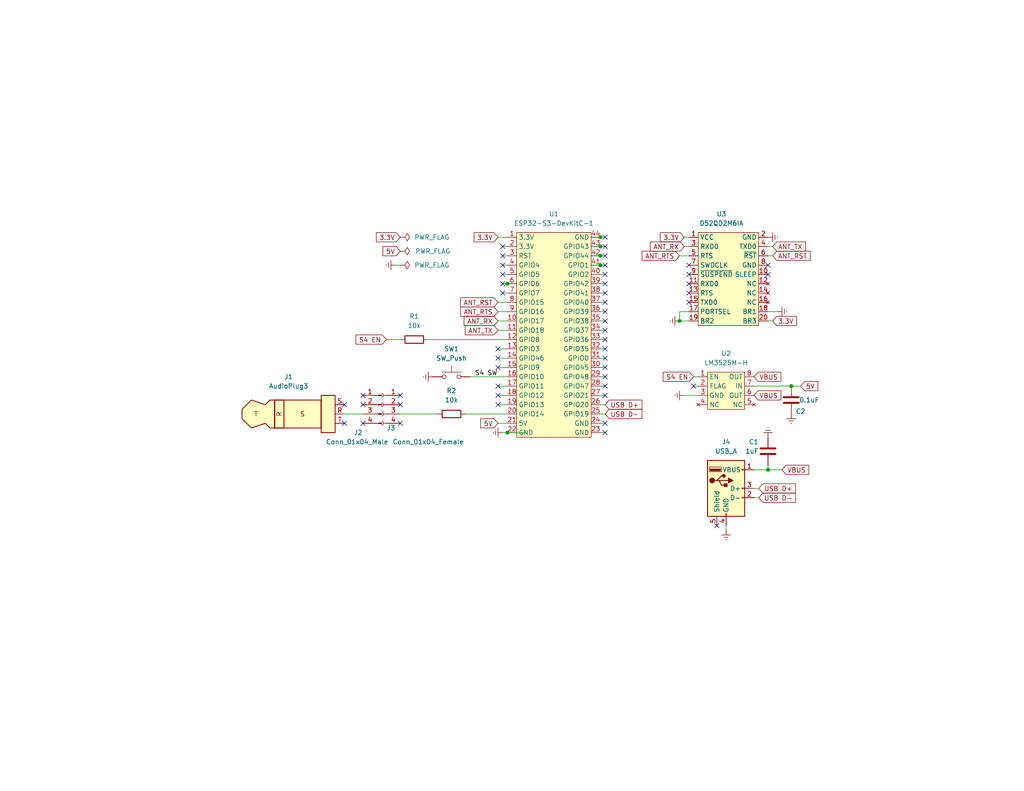
<source format=kicad_sch>
(kicad_sch (version 20211123) (generator eeschema)

  (uuid d57dcfee-5058-4fc2-a68b-05f9a48f685b)

  (paper "USLetter")

  (title_block
    (title "Water Rower Link+")
    (date "02/14/2022")
    (rev "1")
    (comment 1 "prototype")
  )

  (lib_symbols
    (symbol "Connector:AudioPlug3" (in_bom yes) (on_board yes)
      (property "Reference" "J" (id 0) (at 1.27 6.35 0)
        (effects (font (size 1.27 1.27)))
      )
      (property "Value" "AudioPlug3" (id 1) (at 1.27 -6.35 0)
        (effects (font (size 1.27 1.27)))
      )
      (property "Footprint" "" (id 2) (at 2.54 -1.27 0)
        (effects (font (size 1.27 1.27)) hide)
      )
      (property "Datasheet" "~" (id 3) (at 2.54 -1.27 0)
        (effects (font (size 1.27 1.27)) hide)
      )
      (property "ki_keywords" "audio jack plug stereo headphones TRRS connector 2.5mm 3.5mm 6.35mm" (id 4) (at 0 0 0)
        (effects (font (size 1.27 1.27)) hide)
      )
      (property "ki_description" "Audio Jack, 3 Poles (Stereo / TRS)" (id 5) (at 0 0 0)
        (effects (font (size 1.27 1.27)) hide)
      )
      (property "ki_fp_filters" "Plug*" (id 6) (at 0 0 0)
        (effects (font (size 1.27 1.27)) hide)
      )
      (symbol "AudioPlug3_0_0"
        (text "R" (at -2.54 0 900)
          (effects (font (size 1.27 1.27)))
        )
      )
      (symbol "AudioPlug3_0_1"
        (rectangle (start -3.81 3.81) (end -1.27 -3.81)
          (stroke (width 0.254) (type default) (color 0 0 0 0))
          (fill (type none))
        )
        (rectangle (start -1.27 -1.27) (end -1.27 -1.27)
          (stroke (width 0) (type default) (color 0 0 0 0))
          (fill (type none))
        )
      )
      (symbol "AudioPlug3_1_0"
        (text "S" (at 3.81 0 0)
          (effects (font (size 1.27 1.27)))
        )
        (text "T" (at -8.89 0 0)
          (effects (font (size 1.27 1.27)))
        )
      )
      (symbol "AudioPlug3_1_1"
        (rectangle (start -3.81 3.81) (end 8.89 -3.81)
          (stroke (width 0.254) (type default) (color 0 0 0 0))
          (fill (type background))
        )
        (polyline
          (pts
            (xy -3.81 3.81)
            (xy -5.08 3.81)
            (xy -6.35 2.54)
            (xy -10.16 3.81)
            (xy -12.7 1.27)
            (xy -12.7 -1.27)
            (xy -10.16 -3.81)
            (xy -6.35 -2.54)
            (xy -5.08 -3.81)
            (xy -3.81 -3.81)
            (xy -3.81 3.81)
          )
          (stroke (width 0.254) (type default) (color 0 0 0 0))
          (fill (type background))
        )
        (rectangle (start 12.7 5.08) (end 8.89 -5.08)
          (stroke (width 0.254) (type default) (color 0 0 0 0))
          (fill (type background))
        )
        (pin passive line (at 15.24 0 180) (length 2.54)
          (name "~" (effects (font (size 1.27 1.27))))
          (number "R" (effects (font (size 1.27 1.27))))
        )
        (pin passive line (at 15.24 2.54 180) (length 2.54)
          (name "~" (effects (font (size 1.27 1.27))))
          (number "S" (effects (font (size 1.27 1.27))))
        )
        (pin passive line (at 15.24 -2.54 180) (length 2.54)
          (name "~" (effects (font (size 1.27 1.27))))
          (number "T" (effects (font (size 1.27 1.27))))
        )
      )
    )
    (symbol "Connector:Conn_01x04_Female" (pin_names (offset 1.016) hide) (in_bom yes) (on_board yes)
      (property "Reference" "J" (id 0) (at 0 5.08 0)
        (effects (font (size 1.27 1.27)))
      )
      (property "Value" "Conn_01x04_Female" (id 1) (at 0 -7.62 0)
        (effects (font (size 1.27 1.27)))
      )
      (property "Footprint" "" (id 2) (at 0 0 0)
        (effects (font (size 1.27 1.27)) hide)
      )
      (property "Datasheet" "~" (id 3) (at 0 0 0)
        (effects (font (size 1.27 1.27)) hide)
      )
      (property "ki_keywords" "connector" (id 4) (at 0 0 0)
        (effects (font (size 1.27 1.27)) hide)
      )
      (property "ki_description" "Generic connector, single row, 01x04, script generated (kicad-library-utils/schlib/autogen/connector/)" (id 5) (at 0 0 0)
        (effects (font (size 1.27 1.27)) hide)
      )
      (property "ki_fp_filters" "Connector*:*_1x??_*" (id 6) (at 0 0 0)
        (effects (font (size 1.27 1.27)) hide)
      )
      (symbol "Conn_01x04_Female_1_1"
        (arc (start 0 -4.572) (mid -0.508 -5.08) (end 0 -5.588)
          (stroke (width 0.1524) (type default) (color 0 0 0 0))
          (fill (type none))
        )
        (arc (start 0 -2.032) (mid -0.508 -2.54) (end 0 -3.048)
          (stroke (width 0.1524) (type default) (color 0 0 0 0))
          (fill (type none))
        )
        (polyline
          (pts
            (xy -1.27 -5.08)
            (xy -0.508 -5.08)
          )
          (stroke (width 0.1524) (type default) (color 0 0 0 0))
          (fill (type none))
        )
        (polyline
          (pts
            (xy -1.27 -2.54)
            (xy -0.508 -2.54)
          )
          (stroke (width 0.1524) (type default) (color 0 0 0 0))
          (fill (type none))
        )
        (polyline
          (pts
            (xy -1.27 0)
            (xy -0.508 0)
          )
          (stroke (width 0.1524) (type default) (color 0 0 0 0))
          (fill (type none))
        )
        (polyline
          (pts
            (xy -1.27 2.54)
            (xy -0.508 2.54)
          )
          (stroke (width 0.1524) (type default) (color 0 0 0 0))
          (fill (type none))
        )
        (arc (start 0 0.508) (mid -0.508 0) (end 0 -0.508)
          (stroke (width 0.1524) (type default) (color 0 0 0 0))
          (fill (type none))
        )
        (arc (start 0 3.048) (mid -0.508 2.54) (end 0 2.032)
          (stroke (width 0.1524) (type default) (color 0 0 0 0))
          (fill (type none))
        )
        (pin passive line (at -5.08 2.54 0) (length 3.81)
          (name "Pin_1" (effects (font (size 1.27 1.27))))
          (number "1" (effects (font (size 1.27 1.27))))
        )
        (pin passive line (at -5.08 0 0) (length 3.81)
          (name "Pin_2" (effects (font (size 1.27 1.27))))
          (number "2" (effects (font (size 1.27 1.27))))
        )
        (pin passive line (at -5.08 -2.54 0) (length 3.81)
          (name "Pin_3" (effects (font (size 1.27 1.27))))
          (number "3" (effects (font (size 1.27 1.27))))
        )
        (pin passive line (at -5.08 -5.08 0) (length 3.81)
          (name "Pin_4" (effects (font (size 1.27 1.27))))
          (number "4" (effects (font (size 1.27 1.27))))
        )
      )
    )
    (symbol "Connector:Conn_01x04_Male" (pin_names (offset 1.016) hide) (in_bom yes) (on_board yes)
      (property "Reference" "J" (id 0) (at 0 5.08 0)
        (effects (font (size 1.27 1.27)))
      )
      (property "Value" "Conn_01x04_Male" (id 1) (at 0 -7.62 0)
        (effects (font (size 1.27 1.27)))
      )
      (property "Footprint" "" (id 2) (at 0 0 0)
        (effects (font (size 1.27 1.27)) hide)
      )
      (property "Datasheet" "~" (id 3) (at 0 0 0)
        (effects (font (size 1.27 1.27)) hide)
      )
      (property "ki_keywords" "connector" (id 4) (at 0 0 0)
        (effects (font (size 1.27 1.27)) hide)
      )
      (property "ki_description" "Generic connector, single row, 01x04, script generated (kicad-library-utils/schlib/autogen/connector/)" (id 5) (at 0 0 0)
        (effects (font (size 1.27 1.27)) hide)
      )
      (property "ki_fp_filters" "Connector*:*_1x??_*" (id 6) (at 0 0 0)
        (effects (font (size 1.27 1.27)) hide)
      )
      (symbol "Conn_01x04_Male_1_1"
        (polyline
          (pts
            (xy 1.27 -5.08)
            (xy 0.8636 -5.08)
          )
          (stroke (width 0.1524) (type default) (color 0 0 0 0))
          (fill (type none))
        )
        (polyline
          (pts
            (xy 1.27 -2.54)
            (xy 0.8636 -2.54)
          )
          (stroke (width 0.1524) (type default) (color 0 0 0 0))
          (fill (type none))
        )
        (polyline
          (pts
            (xy 1.27 0)
            (xy 0.8636 0)
          )
          (stroke (width 0.1524) (type default) (color 0 0 0 0))
          (fill (type none))
        )
        (polyline
          (pts
            (xy 1.27 2.54)
            (xy 0.8636 2.54)
          )
          (stroke (width 0.1524) (type default) (color 0 0 0 0))
          (fill (type none))
        )
        (rectangle (start 0.8636 -4.953) (end 0 -5.207)
          (stroke (width 0.1524) (type default) (color 0 0 0 0))
          (fill (type outline))
        )
        (rectangle (start 0.8636 -2.413) (end 0 -2.667)
          (stroke (width 0.1524) (type default) (color 0 0 0 0))
          (fill (type outline))
        )
        (rectangle (start 0.8636 0.127) (end 0 -0.127)
          (stroke (width 0.1524) (type default) (color 0 0 0 0))
          (fill (type outline))
        )
        (rectangle (start 0.8636 2.667) (end 0 2.413)
          (stroke (width 0.1524) (type default) (color 0 0 0 0))
          (fill (type outline))
        )
        (pin passive line (at 5.08 2.54 180) (length 3.81)
          (name "Pin_1" (effects (font (size 1.27 1.27))))
          (number "1" (effects (font (size 1.27 1.27))))
        )
        (pin passive line (at 5.08 0 180) (length 3.81)
          (name "Pin_2" (effects (font (size 1.27 1.27))))
          (number "2" (effects (font (size 1.27 1.27))))
        )
        (pin passive line (at 5.08 -2.54 180) (length 3.81)
          (name "Pin_3" (effects (font (size 1.27 1.27))))
          (number "3" (effects (font (size 1.27 1.27))))
        )
        (pin passive line (at 5.08 -5.08 180) (length 3.81)
          (name "Pin_4" (effects (font (size 1.27 1.27))))
          (number "4" (effects (font (size 1.27 1.27))))
        )
      )
    )
    (symbol "Connector:USB_A" (pin_names (offset 1.016)) (in_bom yes) (on_board yes)
      (property "Reference" "J" (id 0) (at -5.08 11.43 0)
        (effects (font (size 1.27 1.27)) (justify left))
      )
      (property "Value" "USB_A" (id 1) (at -5.08 8.89 0)
        (effects (font (size 1.27 1.27)) (justify left))
      )
      (property "Footprint" "" (id 2) (at 3.81 -1.27 0)
        (effects (font (size 1.27 1.27)) hide)
      )
      (property "Datasheet" " ~" (id 3) (at 3.81 -1.27 0)
        (effects (font (size 1.27 1.27)) hide)
      )
      (property "ki_keywords" "connector USB" (id 4) (at 0 0 0)
        (effects (font (size 1.27 1.27)) hide)
      )
      (property "ki_description" "USB Type A connector" (id 5) (at 0 0 0)
        (effects (font (size 1.27 1.27)) hide)
      )
      (property "ki_fp_filters" "USB*" (id 6) (at 0 0 0)
        (effects (font (size 1.27 1.27)) hide)
      )
      (symbol "USB_A_0_1"
        (rectangle (start -5.08 -7.62) (end 5.08 7.62)
          (stroke (width 0.254) (type default) (color 0 0 0 0))
          (fill (type background))
        )
        (circle (center -3.81 2.159) (radius 0.635)
          (stroke (width 0.254) (type default) (color 0 0 0 0))
          (fill (type outline))
        )
        (rectangle (start -1.524 4.826) (end -4.318 5.334)
          (stroke (width 0) (type default) (color 0 0 0 0))
          (fill (type outline))
        )
        (rectangle (start -1.27 4.572) (end -4.572 5.842)
          (stroke (width 0) (type default) (color 0 0 0 0))
          (fill (type none))
        )
        (circle (center -0.635 3.429) (radius 0.381)
          (stroke (width 0.254) (type default) (color 0 0 0 0))
          (fill (type outline))
        )
        (rectangle (start -0.127 -7.62) (end 0.127 -6.858)
          (stroke (width 0) (type default) (color 0 0 0 0))
          (fill (type none))
        )
        (polyline
          (pts
            (xy -3.175 2.159)
            (xy -2.54 2.159)
            (xy -1.27 3.429)
            (xy -0.635 3.429)
          )
          (stroke (width 0.254) (type default) (color 0 0 0 0))
          (fill (type none))
        )
        (polyline
          (pts
            (xy -2.54 2.159)
            (xy -1.905 2.159)
            (xy -1.27 0.889)
            (xy 0 0.889)
          )
          (stroke (width 0.254) (type default) (color 0 0 0 0))
          (fill (type none))
        )
        (polyline
          (pts
            (xy 0.635 2.794)
            (xy 0.635 1.524)
            (xy 1.905 2.159)
            (xy 0.635 2.794)
          )
          (stroke (width 0.254) (type default) (color 0 0 0 0))
          (fill (type outline))
        )
        (rectangle (start 0.254 1.27) (end -0.508 0.508)
          (stroke (width 0.254) (type default) (color 0 0 0 0))
          (fill (type outline))
        )
        (rectangle (start 5.08 -2.667) (end 4.318 -2.413)
          (stroke (width 0) (type default) (color 0 0 0 0))
          (fill (type none))
        )
        (rectangle (start 5.08 -0.127) (end 4.318 0.127)
          (stroke (width 0) (type default) (color 0 0 0 0))
          (fill (type none))
        )
        (rectangle (start 5.08 4.953) (end 4.318 5.207)
          (stroke (width 0) (type default) (color 0 0 0 0))
          (fill (type none))
        )
      )
      (symbol "USB_A_1_1"
        (polyline
          (pts
            (xy -1.905 2.159)
            (xy 0.635 2.159)
          )
          (stroke (width 0.254) (type default) (color 0 0 0 0))
          (fill (type none))
        )
        (pin power_in line (at 7.62 5.08 180) (length 2.54)
          (name "VBUS" (effects (font (size 1.27 1.27))))
          (number "1" (effects (font (size 1.27 1.27))))
        )
        (pin bidirectional line (at 7.62 -2.54 180) (length 2.54)
          (name "D-" (effects (font (size 1.27 1.27))))
          (number "2" (effects (font (size 1.27 1.27))))
        )
        (pin bidirectional line (at 7.62 0 180) (length 2.54)
          (name "D+" (effects (font (size 1.27 1.27))))
          (number "3" (effects (font (size 1.27 1.27))))
        )
        (pin power_in line (at 0 -10.16 90) (length 2.54)
          (name "GND" (effects (font (size 1.27 1.27))))
          (number "4" (effects (font (size 1.27 1.27))))
        )
        (pin passive line (at -2.54 -10.16 90) (length 2.54)
          (name "Shield" (effects (font (size 1.27 1.27))))
          (number "5" (effects (font (size 1.27 1.27))))
        )
      )
    )
    (symbol "Device:C" (pin_numbers hide) (pin_names (offset 0.254)) (in_bom yes) (on_board yes)
      (property "Reference" "C" (id 0) (at 0.635 2.54 0)
        (effects (font (size 1.27 1.27)) (justify left))
      )
      (property "Value" "C" (id 1) (at 0.635 -2.54 0)
        (effects (font (size 1.27 1.27)) (justify left))
      )
      (property "Footprint" "" (id 2) (at 0.9652 -3.81 0)
        (effects (font (size 1.27 1.27)) hide)
      )
      (property "Datasheet" "~" (id 3) (at 0 0 0)
        (effects (font (size 1.27 1.27)) hide)
      )
      (property "ki_keywords" "cap capacitor" (id 4) (at 0 0 0)
        (effects (font (size 1.27 1.27)) hide)
      )
      (property "ki_description" "Unpolarized capacitor" (id 5) (at 0 0 0)
        (effects (font (size 1.27 1.27)) hide)
      )
      (property "ki_fp_filters" "C_*" (id 6) (at 0 0 0)
        (effects (font (size 1.27 1.27)) hide)
      )
      (symbol "C_0_1"
        (polyline
          (pts
            (xy -2.032 -0.762)
            (xy 2.032 -0.762)
          )
          (stroke (width 0.508) (type default) (color 0 0 0 0))
          (fill (type none))
        )
        (polyline
          (pts
            (xy -2.032 0.762)
            (xy 2.032 0.762)
          )
          (stroke (width 0.508) (type default) (color 0 0 0 0))
          (fill (type none))
        )
      )
      (symbol "C_1_1"
        (pin passive line (at 0 3.81 270) (length 2.794)
          (name "~" (effects (font (size 1.27 1.27))))
          (number "1" (effects (font (size 1.27 1.27))))
        )
        (pin passive line (at 0 -3.81 90) (length 2.794)
          (name "~" (effects (font (size 1.27 1.27))))
          (number "2" (effects (font (size 1.27 1.27))))
        )
      )
    )
    (symbol "Device:R" (pin_numbers hide) (pin_names (offset 0)) (in_bom yes) (on_board yes)
      (property "Reference" "R" (id 0) (at 2.032 0 90)
        (effects (font (size 1.27 1.27)))
      )
      (property "Value" "R" (id 1) (at 0 0 90)
        (effects (font (size 1.27 1.27)))
      )
      (property "Footprint" "" (id 2) (at -1.778 0 90)
        (effects (font (size 1.27 1.27)) hide)
      )
      (property "Datasheet" "~" (id 3) (at 0 0 0)
        (effects (font (size 1.27 1.27)) hide)
      )
      (property "ki_keywords" "R res resistor" (id 4) (at 0 0 0)
        (effects (font (size 1.27 1.27)) hide)
      )
      (property "ki_description" "Resistor" (id 5) (at 0 0 0)
        (effects (font (size 1.27 1.27)) hide)
      )
      (property "ki_fp_filters" "R_*" (id 6) (at 0 0 0)
        (effects (font (size 1.27 1.27)) hide)
      )
      (symbol "R_0_1"
        (rectangle (start -1.016 -2.54) (end 1.016 2.54)
          (stroke (width 0.254) (type default) (color 0 0 0 0))
          (fill (type none))
        )
      )
      (symbol "R_1_1"
        (pin passive line (at 0 3.81 270) (length 1.27)
          (name "~" (effects (font (size 1.27 1.27))))
          (number "1" (effects (font (size 1.27 1.27))))
        )
        (pin passive line (at 0 -3.81 90) (length 1.27)
          (name "~" (effects (font (size 1.27 1.27))))
          (number "2" (effects (font (size 1.27 1.27))))
        )
      )
    )
    (symbol "MyParts:D52QD2M6IA" (in_bom yes) (on_board yes)
      (property "Reference" "U" (id 0) (at 0 13.97 0)
        (effects (font (size 1.27 1.27)))
      )
      (property "Value" "D52QD2M6IA" (id 1) (at 0 -13.97 0)
        (effects (font (size 1.27 1.27)))
      )
      (property "Footprint" "Connector_PinHeader_2.54mm:PinHeader_2x10_P2.54mm_Vertical" (id 2) (at 0 -16.51 0)
        (effects (font (size 1.27 1.27)) hide)
      )
      (property "Datasheet" "" (id 3) (at -2.54 1.27 0)
        (effects (font (size 1.27 1.27)) hide)
      )
      (symbol "D52QD2M6IA_0_1"
        (rectangle (start -12.7 1.27) (end -12.7 1.27)
          (stroke (width 0) (type default) (color 0 0 0 0))
          (fill (type none))
        )
        (rectangle (start -10.16 1.27) (end -10.16 1.27)
          (stroke (width 0) (type default) (color 0 0 0 0))
          (fill (type none))
        )
        (rectangle (start -10.16 1.27) (end -10.16 1.27)
          (stroke (width 0) (type default) (color 0 0 0 0))
          (fill (type none))
        )
        (rectangle (start -8.89 12.7) (end 7.62 -12.7)
          (stroke (width 0) (type default) (color 0 0 0 0))
          (fill (type background))
        )
      )
      (symbol "D52QD2M6IA_1_1"
        (pin power_in line (at -11.43 11.43 0) (length 2.54)
          (name "VCC" (effects (font (size 1.27 1.27))))
          (number "1" (effects (font (size 1.27 1.27))))
        )
        (pin input line (at 10.16 1.27 180) (length 2.54)
          (name "SLEEP" (effects (font (size 1.27 1.27))))
          (number "10" (effects (font (size 1.27 1.27))))
        )
        (pin input line (at -11.43 -1.27 0) (length 2.54)
          (name "RXD0" (effects (font (size 1.27 1.27))))
          (number "11" (effects (font (size 1.27 1.27))))
        )
        (pin no_connect line (at 10.16 -1.27 180) (length 2.54)
          (name "NC" (effects (font (size 1.27 1.27))))
          (number "12" (effects (font (size 1.27 1.27))))
        )
        (pin output line (at -11.43 -3.81 0) (length 2.54)
          (name "RTS" (effects (font (size 1.27 1.27))))
          (number "13" (effects (font (size 1.27 1.27))))
        )
        (pin no_connect line (at 10.16 -3.81 180) (length 2.54)
          (name "NC" (effects (font (size 1.27 1.27))))
          (number "14" (effects (font (size 1.27 1.27))))
        )
        (pin output line (at -11.43 -6.35 0) (length 2.54)
          (name "TXD0" (effects (font (size 1.27 1.27))))
          (number "15" (effects (font (size 1.27 1.27))))
        )
        (pin no_connect line (at 10.16 -6.35 180) (length 2.54)
          (name "NC" (effects (font (size 1.27 1.27))))
          (number "16" (effects (font (size 1.27 1.27))))
        )
        (pin input line (at -11.43 -8.89 0) (length 2.54)
          (name "PORTSEL" (effects (font (size 1.27 1.27))))
          (number "17" (effects (font (size 1.27 1.27))))
        )
        (pin input line (at 10.16 -8.89 180) (length 2.54)
          (name "BR1" (effects (font (size 1.27 1.27))))
          (number "18" (effects (font (size 1.27 1.27))))
        )
        (pin input line (at -11.43 -11.43 0) (length 2.54)
          (name "BR2" (effects (font (size 1.27 1.27))))
          (number "19" (effects (font (size 1.27 1.27))))
        )
        (pin power_in line (at 10.16 11.43 180) (length 2.54)
          (name "GND" (effects (font (size 1.27 1.27))))
          (number "2" (effects (font (size 1.27 1.27))))
        )
        (pin input line (at 10.16 -11.43 180) (length 2.54)
          (name "BR3" (effects (font (size 1.27 1.27))))
          (number "20" (effects (font (size 1.27 1.27))))
        )
        (pin input line (at -11.43 8.89 0) (length 2.54)
          (name "RXD0" (effects (font (size 1.27 1.27))))
          (number "3" (effects (font (size 1.27 1.27))))
        )
        (pin output line (at 10.16 8.89 180) (length 2.54)
          (name "TXD0" (effects (font (size 1.27 1.27))))
          (number "4" (effects (font (size 1.27 1.27))))
        )
        (pin output line (at -11.43 6.35 0) (length 2.54)
          (name "RTS" (effects (font (size 1.27 1.27))))
          (number "5" (effects (font (size 1.27 1.27))))
        )
        (pin input line (at 10.16 6.35 180) (length 2.54)
          (name "~{RST}" (effects (font (size 1.27 1.27))))
          (number "6" (effects (font (size 1.27 1.27))))
        )
        (pin input line (at -11.43 3.81 0) (length 2.54)
          (name "SWDCLK" (effects (font (size 1.27 1.27))))
          (number "7" (effects (font (size 1.27 1.27))))
        )
        (pin power_in line (at 10.16 3.81 180) (length 2.54)
          (name "GND" (effects (font (size 1.27 1.27))))
          (number "8" (effects (font (size 1.27 1.27))))
        )
        (pin input line (at -11.43 1.27 0) (length 2.54)
          (name "~{SUSPEND}" (effects (font (size 1.27 1.27))))
          (number "9" (effects (font (size 1.27 1.27))))
        )
      )
    )
    (symbol "MyParts:ESP32-S3-DevKitC-1" (in_bom yes) (on_board yes)
      (property "Reference" "U1" (id 0) (at 0 31.75 0)
        (effects (font (size 1.27 1.27)))
      )
      (property "Value" "ESP32-S3-DevKitC-1" (id 1) (at 0 29.21 0)
        (effects (font (size 1.27 1.27)))
      )
      (property "Footprint" "MyParts:ESP32_S3_DevKitC-1" (id 2) (at 0 0 0)
        (effects (font (size 1.27 1.27)) hide)
      )
      (property "Datasheet" "" (id 3) (at 0 0 0)
        (effects (font (size 1.27 1.27)) hide)
      )
      (symbol "ESP32-S3-DevKitC-1_0_1"
        (rectangle (start -10.16 26.67) (end 10.16 -29.21)
          (stroke (width 0) (type default) (color 0 0 0 0))
          (fill (type background))
        )
      )
      (symbol "ESP32-S3-DevKitC-1_1_1"
        (pin power_in line (at -12.7 25.4 0) (length 2.54)
          (name "3.3V" (effects (font (size 1.27 1.27))))
          (number "1" (effects (font (size 1.27 1.27))))
        )
        (pin bidirectional line (at -12.7 2.54 0) (length 2.54)
          (name "GPIO17" (effects (font (size 1.27 1.27))))
          (number "10" (effects (font (size 1.27 1.27))))
        )
        (pin bidirectional line (at -12.7 0 0) (length 2.54)
          (name "GPIO18" (effects (font (size 1.27 1.27))))
          (number "11" (effects (font (size 1.27 1.27))))
        )
        (pin bidirectional line (at -12.7 -2.54 0) (length 2.54)
          (name "GPIO8" (effects (font (size 1.27 1.27))))
          (number "12" (effects (font (size 1.27 1.27))))
        )
        (pin bidirectional line (at -12.7 -5.08 0) (length 2.54)
          (name "GPIO3" (effects (font (size 1.27 1.27))))
          (number "13" (effects (font (size 1.27 1.27))))
        )
        (pin bidirectional line (at -12.7 -7.62 0) (length 2.54)
          (name "GPIO46" (effects (font (size 1.27 1.27))))
          (number "14" (effects (font (size 1.27 1.27))))
        )
        (pin bidirectional line (at -12.7 -10.16 0) (length 2.54)
          (name "GPIO9" (effects (font (size 1.27 1.27))))
          (number "15" (effects (font (size 1.27 1.27))))
        )
        (pin bidirectional line (at -12.7 -12.7 0) (length 2.54)
          (name "GPIO10" (effects (font (size 1.27 1.27))))
          (number "16" (effects (font (size 1.27 1.27))))
        )
        (pin bidirectional line (at -12.7 -15.24 0) (length 2.54)
          (name "GPIO11" (effects (font (size 1.27 1.27))))
          (number "17" (effects (font (size 1.27 1.27))))
        )
        (pin bidirectional line (at -12.7 -17.78 0) (length 2.54)
          (name "GPIO12" (effects (font (size 1.27 1.27))))
          (number "18" (effects (font (size 1.27 1.27))))
        )
        (pin bidirectional line (at -12.7 -20.32 0) (length 2.54)
          (name "GPIO13" (effects (font (size 1.27 1.27))))
          (number "19" (effects (font (size 1.27 1.27))))
        )
        (pin power_in line (at -12.7 22.86 0) (length 2.54)
          (name "3.3V" (effects (font (size 1.27 1.27))))
          (number "2" (effects (font (size 1.27 1.27))))
        )
        (pin bidirectional line (at -12.7 -22.86 0) (length 2.54)
          (name "GPIO14" (effects (font (size 1.27 1.27))))
          (number "20" (effects (font (size 1.27 1.27))))
        )
        (pin power_in line (at -12.7 -25.4 0) (length 2.54)
          (name "5V" (effects (font (size 1.27 1.27))))
          (number "21" (effects (font (size 1.27 1.27))))
        )
        (pin power_in line (at -12.7 -27.94 0) (length 2.54)
          (name "GND" (effects (font (size 1.27 1.27))))
          (number "22" (effects (font (size 1.27 1.27))))
        )
        (pin power_in line (at 12.7 -27.94 180) (length 2.54)
          (name "GND" (effects (font (size 1.27 1.27))))
          (number "23" (effects (font (size 1.27 1.27))))
        )
        (pin power_in line (at 12.7 -25.4 180) (length 2.54)
          (name "GND" (effects (font (size 1.27 1.27))))
          (number "24" (effects (font (size 1.27 1.27))))
        )
        (pin bidirectional line (at 12.7 -22.86 180) (length 2.54)
          (name "GPIO19" (effects (font (size 1.27 1.27))))
          (number "25" (effects (font (size 1.27 1.27))))
          (alternate "USB_D-" bidirectional line)
        )
        (pin bidirectional line (at 12.7 -20.32 180) (length 2.54)
          (name "GPIO20" (effects (font (size 1.27 1.27))))
          (number "26" (effects (font (size 1.27 1.27))))
          (alternate "USB_D+" bidirectional line)
        )
        (pin bidirectional line (at 12.7 -17.78 180) (length 2.54)
          (name "GPIO21" (effects (font (size 1.27 1.27))))
          (number "27" (effects (font (size 1.27 1.27))))
        )
        (pin bidirectional line (at 12.7 -15.24 180) (length 2.54)
          (name "GPIO47" (effects (font (size 1.27 1.27))))
          (number "28" (effects (font (size 1.27 1.27))))
        )
        (pin bidirectional line (at 12.7 -12.7 180) (length 2.54)
          (name "GPIO48" (effects (font (size 1.27 1.27))))
          (number "29" (effects (font (size 1.27 1.27))))
        )
        (pin input line (at -12.7 20.32 0) (length 2.54)
          (name "RST" (effects (font (size 1.27 1.27))))
          (number "3" (effects (font (size 1.27 1.27))))
        )
        (pin bidirectional line (at 12.7 -10.16 180) (length 2.54)
          (name "GPIO45" (effects (font (size 1.27 1.27))))
          (number "30" (effects (font (size 1.27 1.27))))
        )
        (pin bidirectional line (at 12.7 -7.62 180) (length 2.54)
          (name "GPIO0" (effects (font (size 1.27 1.27))))
          (number "31" (effects (font (size 1.27 1.27))))
        )
        (pin bidirectional line (at 12.7 -5.08 180) (length 2.54)
          (name "GPIO35" (effects (font (size 1.27 1.27))))
          (number "32" (effects (font (size 1.27 1.27))))
        )
        (pin bidirectional line (at 12.7 -2.54 180) (length 2.54)
          (name "GPIO36" (effects (font (size 1.27 1.27))))
          (number "33" (effects (font (size 1.27 1.27))))
        )
        (pin bidirectional line (at 12.7 0 180) (length 2.54)
          (name "GPIO37" (effects (font (size 1.27 1.27))))
          (number "34" (effects (font (size 1.27 1.27))))
        )
        (pin bidirectional line (at 12.7 2.54 180) (length 2.54)
          (name "GPIO38" (effects (font (size 1.27 1.27))))
          (number "35" (effects (font (size 1.27 1.27))))
        )
        (pin bidirectional line (at 12.7 5.08 180) (length 2.54)
          (name "GPIO39" (effects (font (size 1.27 1.27))))
          (number "36" (effects (font (size 1.27 1.27))))
        )
        (pin bidirectional line (at 12.7 7.62 180) (length 2.54)
          (name "GPIO40" (effects (font (size 1.27 1.27))))
          (number "37" (effects (font (size 1.27 1.27))))
        )
        (pin bidirectional line (at 12.7 10.16 180) (length 2.54)
          (name "GPIO41" (effects (font (size 1.27 1.27))))
          (number "38" (effects (font (size 1.27 1.27))))
        )
        (pin bidirectional line (at 12.7 12.7 180) (length 2.54)
          (name "GPIO42" (effects (font (size 1.27 1.27))))
          (number "39" (effects (font (size 1.27 1.27))))
        )
        (pin bidirectional line (at -12.7 17.78 0) (length 2.54)
          (name "GPIO4" (effects (font (size 1.27 1.27))))
          (number "4" (effects (font (size 1.27 1.27))))
        )
        (pin bidirectional line (at 12.7 15.24 180) (length 2.54)
          (name "GPIO2" (effects (font (size 1.27 1.27))))
          (number "40" (effects (font (size 1.27 1.27))))
        )
        (pin bidirectional line (at 12.7 17.78 180) (length 2.54)
          (name "GPIO1" (effects (font (size 1.27 1.27))))
          (number "41" (effects (font (size 1.27 1.27))))
        )
        (pin bidirectional line (at 12.7 20.32 180) (length 2.54)
          (name "GPIO44" (effects (font (size 1.27 1.27))))
          (number "42" (effects (font (size 1.27 1.27))))
        )
        (pin bidirectional line (at 12.7 22.86 180) (length 2.54)
          (name "GPIO43" (effects (font (size 1.27 1.27))))
          (number "43" (effects (font (size 1.27 1.27))))
        )
        (pin power_in line (at 12.7 25.4 180) (length 2.54)
          (name "GND" (effects (font (size 1.27 1.27))))
          (number "44" (effects (font (size 1.27 1.27))))
        )
        (pin bidirectional line (at -12.7 15.24 0) (length 2.54)
          (name "GPIO5" (effects (font (size 1.27 1.27))))
          (number "5" (effects (font (size 1.27 1.27))))
        )
        (pin bidirectional line (at -12.7 12.7 0) (length 2.54)
          (name "GPIO6" (effects (font (size 1.27 1.27))))
          (number "6" (effects (font (size 1.27 1.27))))
        )
        (pin bidirectional line (at -12.7 10.16 0) (length 2.54)
          (name "GPIO7" (effects (font (size 1.27 1.27))))
          (number "7" (effects (font (size 1.27 1.27))))
        )
        (pin bidirectional line (at -12.7 7.62 0) (length 2.54)
          (name "GPIO15" (effects (font (size 1.27 1.27))))
          (number "8" (effects (font (size 1.27 1.27))))
        )
        (pin bidirectional line (at -12.7 5.08 0) (length 2.54)
          (name "GPIO16" (effects (font (size 1.27 1.27))))
          (number "9" (effects (font (size 1.27 1.27))))
        )
      )
    )
    (symbol "MyParts:LM3525M-H" (in_bom yes) (on_board yes)
      (property "Reference" "U" (id 0) (at 0 6.35 0)
        (effects (font (size 1.27 1.27)))
      )
      (property "Value" "LM3525M-H" (id 1) (at 1.27 -6.35 0)
        (effects (font (size 1.27 1.27)))
      )
      (property "Footprint" "Package_SO:SOIC-8_3.9x4.9mm_P1.27mm" (id 2) (at 0 6.35 0)
        (effects (font (size 1.27 1.27)) hide)
      )
      (property "Datasheet" "" (id 3) (at 0 6.35 0)
        (effects (font (size 1.27 1.27)) hide)
      )
      (symbol "LM3525M-H_0_1"
        (rectangle (start -5.08 5.08) (end 5.08 -5.08)
          (stroke (width 0) (type default) (color 0 0 0 0))
          (fill (type background))
        )
      )
      (symbol "LM3525M-H_1_1"
        (pin input line (at -7.62 3.81 0) (length 2.54)
          (name "EN" (effects (font (size 1.27 1.27))))
          (number "1" (effects (font (size 1.27 1.27))))
        )
        (pin output line (at -7.62 1.27 0) (length 2.54)
          (name "FLAG" (effects (font (size 1.27 1.27))))
          (number "2" (effects (font (size 1.27 1.27))))
        )
        (pin power_in line (at -7.62 -1.27 0) (length 2.54)
          (name "GND" (effects (font (size 1.27 1.27))))
          (number "3" (effects (font (size 1.27 1.27))))
        )
        (pin no_connect line (at -7.62 -3.81 0) (length 2.54)
          (name "NC" (effects (font (size 1.27 1.27))))
          (number "4" (effects (font (size 1.27 1.27))))
        )
        (pin no_connect line (at 7.62 -3.81 180) (length 2.54)
          (name "NC" (effects (font (size 1.27 1.27))))
          (number "5" (effects (font (size 1.27 1.27))))
        )
        (pin power_out line (at 7.62 -1.27 180) (length 2.54)
          (name "OUT" (effects (font (size 1.27 1.27))))
          (number "6" (effects (font (size 1.27 1.27))))
        )
        (pin power_in line (at 7.62 1.27 180) (length 2.54)
          (name "IN" (effects (font (size 1.27 1.27))))
          (number "7" (effects (font (size 1.27 1.27))))
        )
        (pin power_out line (at 7.62 3.81 180) (length 2.54)
          (name "OUT" (effects (font (size 1.27 1.27))))
          (number "8" (effects (font (size 1.27 1.27))))
        )
      )
    )
    (symbol "Switch:SW_Push" (pin_numbers hide) (pin_names (offset 1.016) hide) (in_bom yes) (on_board yes)
      (property "Reference" "SW" (id 0) (at 1.27 2.54 0)
        (effects (font (size 1.27 1.27)) (justify left))
      )
      (property "Value" "SW_Push" (id 1) (at 0 -1.524 0)
        (effects (font (size 1.27 1.27)))
      )
      (property "Footprint" "" (id 2) (at 0 5.08 0)
        (effects (font (size 1.27 1.27)) hide)
      )
      (property "Datasheet" "~" (id 3) (at 0 5.08 0)
        (effects (font (size 1.27 1.27)) hide)
      )
      (property "ki_keywords" "switch normally-open pushbutton push-button" (id 4) (at 0 0 0)
        (effects (font (size 1.27 1.27)) hide)
      )
      (property "ki_description" "Push button switch, generic, two pins" (id 5) (at 0 0 0)
        (effects (font (size 1.27 1.27)) hide)
      )
      (symbol "SW_Push_0_1"
        (circle (center -2.032 0) (radius 0.508)
          (stroke (width 0) (type default) (color 0 0 0 0))
          (fill (type none))
        )
        (polyline
          (pts
            (xy 0 1.27)
            (xy 0 3.048)
          )
          (stroke (width 0) (type default) (color 0 0 0 0))
          (fill (type none))
        )
        (polyline
          (pts
            (xy 2.54 1.27)
            (xy -2.54 1.27)
          )
          (stroke (width 0) (type default) (color 0 0 0 0))
          (fill (type none))
        )
        (circle (center 2.032 0) (radius 0.508)
          (stroke (width 0) (type default) (color 0 0 0 0))
          (fill (type none))
        )
        (pin passive line (at -5.08 0 0) (length 2.54)
          (name "1" (effects (font (size 1.27 1.27))))
          (number "1" (effects (font (size 1.27 1.27))))
        )
        (pin passive line (at 5.08 0 180) (length 2.54)
          (name "2" (effects (font (size 1.27 1.27))))
          (number "2" (effects (font (size 1.27 1.27))))
        )
      )
    )
    (symbol "power:Earth" (power) (pin_names (offset 0)) (in_bom yes) (on_board yes)
      (property "Reference" "#PWR" (id 0) (at 0 -6.35 0)
        (effects (font (size 1.27 1.27)) hide)
      )
      (property "Value" "Earth" (id 1) (at 0 -3.81 0)
        (effects (font (size 1.27 1.27)) hide)
      )
      (property "Footprint" "" (id 2) (at 0 0 0)
        (effects (font (size 1.27 1.27)) hide)
      )
      (property "Datasheet" "~" (id 3) (at 0 0 0)
        (effects (font (size 1.27 1.27)) hide)
      )
      (property "ki_keywords" "power-flag ground gnd" (id 4) (at 0 0 0)
        (effects (font (size 1.27 1.27)) hide)
      )
      (property "ki_description" "Power symbol creates a global label with name \"Earth\"" (id 5) (at 0 0 0)
        (effects (font (size 1.27 1.27)) hide)
      )
      (symbol "Earth_0_1"
        (polyline
          (pts
            (xy -0.635 -1.905)
            (xy 0.635 -1.905)
          )
          (stroke (width 0) (type default) (color 0 0 0 0))
          (fill (type none))
        )
        (polyline
          (pts
            (xy -0.127 -2.54)
            (xy 0.127 -2.54)
          )
          (stroke (width 0) (type default) (color 0 0 0 0))
          (fill (type none))
        )
        (polyline
          (pts
            (xy 0 -1.27)
            (xy 0 0)
          )
          (stroke (width 0) (type default) (color 0 0 0 0))
          (fill (type none))
        )
        (polyline
          (pts
            (xy 1.27 -1.27)
            (xy -1.27 -1.27)
          )
          (stroke (width 0) (type default) (color 0 0 0 0))
          (fill (type none))
        )
      )
      (symbol "Earth_1_1"
        (pin power_in line (at 0 0 270) (length 0) hide
          (name "Earth" (effects (font (size 1.27 1.27))))
          (number "1" (effects (font (size 1.27 1.27))))
        )
      )
    )
    (symbol "power:PWR_FLAG" (power) (pin_numbers hide) (pin_names (offset 0) hide) (in_bom yes) (on_board yes)
      (property "Reference" "#FLG" (id 0) (at 0 1.905 0)
        (effects (font (size 1.27 1.27)) hide)
      )
      (property "Value" "PWR_FLAG" (id 1) (at 0 3.81 0)
        (effects (font (size 1.27 1.27)))
      )
      (property "Footprint" "" (id 2) (at 0 0 0)
        (effects (font (size 1.27 1.27)) hide)
      )
      (property "Datasheet" "~" (id 3) (at 0 0 0)
        (effects (font (size 1.27 1.27)) hide)
      )
      (property "ki_keywords" "power-flag" (id 4) (at 0 0 0)
        (effects (font (size 1.27 1.27)) hide)
      )
      (property "ki_description" "Special symbol for telling ERC where power comes from" (id 5) (at 0 0 0)
        (effects (font (size 1.27 1.27)) hide)
      )
      (symbol "PWR_FLAG_0_0"
        (pin power_out line (at 0 0 90) (length 0)
          (name "pwr" (effects (font (size 1.27 1.27))))
          (number "1" (effects (font (size 1.27 1.27))))
        )
      )
      (symbol "PWR_FLAG_0_1"
        (polyline
          (pts
            (xy 0 0)
            (xy 0 1.27)
            (xy -1.016 1.905)
            (xy 0 2.54)
            (xy 1.016 1.905)
            (xy 0 1.27)
          )
          (stroke (width 0) (type default) (color 0 0 0 0))
          (fill (type none))
        )
      )
    )
  )

  (junction (at 163.83 67.31) (diameter 0) (color 0 0 0 0)
    (uuid 0e225e6c-e04e-4baf-8251-ff50c94a11b8)
  )
  (junction (at 163.83 64.77) (diameter 0) (color 0 0 0 0)
    (uuid 18ea7933-9b15-4c0f-aece-9cb11063cb71)
  )
  (junction (at 215.9 105.41) (diameter 0) (color 0 0 0 0)
    (uuid 1f90e232-1752-45d0-82f2-3cfa3023400f)
  )
  (junction (at 138.43 118.11) (diameter 0) (color 0 0 0 0)
    (uuid 4cee1ecc-06e8-4a3b-9823-02313a539c7d)
  )
  (junction (at 185.42 87.63) (diameter 0) (color 0 0 0 0)
    (uuid 78c54d7b-b056-47c6-91af-52d9e0fe8b40)
  )
  (junction (at 138.43 77.47) (diameter 0) (color 0 0 0 0)
    (uuid 96724105-2c3c-49c1-85d6-edd531069a9d)
  )
  (junction (at 163.83 72.39) (diameter 0) (color 0 0 0 0)
    (uuid a561da42-ba1e-4a79-a681-82ffba181f5e)
  )
  (junction (at 163.83 69.85) (diameter 0) (color 0 0 0 0)
    (uuid a7f22c61-8875-40b1-98e3-15d62ae69009)
  )
  (junction (at 209.55 128.27) (diameter 0) (color 0 0 0 0)
    (uuid a9352142-1822-465f-9e27-c4ec8e869c39)
  )

  (no_connect (at 135.89 107.95) (uuid 266ab6b7-2730-42e3-ae7b-3e19cd05eb3d))
  (no_connect (at 135.89 105.41) (uuid 266ab6b7-2730-42e3-ae7b-3e19cd05eb3e))
  (no_connect (at 135.89 110.49) (uuid 266ab6b7-2730-42e3-ae7b-3e19cd05eb3f))
  (no_connect (at 135.89 100.33) (uuid 266ab6b7-2730-42e3-ae7b-3e19cd05eb40))
  (no_connect (at 135.89 97.79) (uuid 266ab6b7-2730-42e3-ae7b-3e19cd05eb41))
  (no_connect (at 135.89 95.25) (uuid 266ab6b7-2730-42e3-ae7b-3e19cd05eb42))
  (no_connect (at 187.96 82.55) (uuid 4d61653f-08a9-4acd-9662-68572bf70d4b))
  (no_connect (at 195.58 143.51) (uuid 51006bab-e05b-4c41-bc70-26bfc4925da5))
  (no_connect (at 189.23 105.41) (uuid 51006bab-e05b-4c41-bc70-26bfc4925da6))
  (no_connect (at 187.96 74.93) (uuid 51006bab-e05b-4c41-bc70-26bfc4925da7))
  (no_connect (at 187.96 72.39) (uuid 51006bab-e05b-4c41-bc70-26bfc4925da8))
  (no_connect (at 209.55 72.39) (uuid 51006bab-e05b-4c41-bc70-26bfc4925da9))
  (no_connect (at 209.55 74.93) (uuid 51006bab-e05b-4c41-bc70-26bfc4925daa))
  (no_connect (at 93.98 110.49) (uuid 51006bab-e05b-4c41-bc70-26bfc4925dab))
  (no_connect (at 93.98 115.57) (uuid 51006bab-e05b-4c41-bc70-26bfc4925dac))
  (no_connect (at 99.06 110.49) (uuid 5f484054-3b8f-4a01-b275-a8927e4b2b95))
  (no_connect (at 99.06 115.57) (uuid 5f484054-3b8f-4a01-b275-a8927e4b2b96))
  (no_connect (at 99.06 107.95) (uuid 5f484054-3b8f-4a01-b275-a8927e4b2b97))
  (no_connect (at 165.1 107.95) (uuid 7baa5e98-cab0-40e8-afe4-ab115ef1a57e))
  (no_connect (at 165.1 90.17) (uuid 7baa5e98-cab0-40e8-afe4-ab115ef1a57f))
  (no_connect (at 165.1 92.71) (uuid 7baa5e98-cab0-40e8-afe4-ab115ef1a580))
  (no_connect (at 165.1 95.25) (uuid 7baa5e98-cab0-40e8-afe4-ab115ef1a581))
  (no_connect (at 165.1 97.79) (uuid 7baa5e98-cab0-40e8-afe4-ab115ef1a582))
  (no_connect (at 165.1 100.33) (uuid 7baa5e98-cab0-40e8-afe4-ab115ef1a583))
  (no_connect (at 165.1 102.87) (uuid 7baa5e98-cab0-40e8-afe4-ab115ef1a584))
  (no_connect (at 165.1 105.41) (uuid 7baa5e98-cab0-40e8-afe4-ab115ef1a585))
  (no_connect (at 165.1 118.11) (uuid 7baa5e98-cab0-40e8-afe4-ab115ef1a586))
  (no_connect (at 165.1 115.57) (uuid 7baa5e98-cab0-40e8-afe4-ab115ef1a587))
  (no_connect (at 165.1 64.77) (uuid 7baa5e98-cab0-40e8-afe4-ab115ef1a588))
  (no_connect (at 165.1 67.31) (uuid 7baa5e98-cab0-40e8-afe4-ab115ef1a589))
  (no_connect (at 165.1 69.85) (uuid 7baa5e98-cab0-40e8-afe4-ab115ef1a58a))
  (no_connect (at 165.1 72.39) (uuid 7baa5e98-cab0-40e8-afe4-ab115ef1a58b))
  (no_connect (at 165.1 80.01) (uuid 7baa5e98-cab0-40e8-afe4-ab115ef1a58c))
  (no_connect (at 165.1 77.47) (uuid 7baa5e98-cab0-40e8-afe4-ab115ef1a58d))
  (no_connect (at 165.1 74.93) (uuid 7baa5e98-cab0-40e8-afe4-ab115ef1a58e))
  (no_connect (at 165.1 82.55) (uuid 7baa5e98-cab0-40e8-afe4-ab115ef1a58f))
  (no_connect (at 165.1 85.09) (uuid 7baa5e98-cab0-40e8-afe4-ab115ef1a590))
  (no_connect (at 165.1 87.63) (uuid 7baa5e98-cab0-40e8-afe4-ab115ef1a591))
  (no_connect (at 187.96 77.47) (uuid 88265612-191e-4b02-89bf-fb190cedfc4e))
  (no_connect (at 137.16 67.31) (uuid aaa7d6f2-aa21-49c3-8dd2-f1d04bc0ee7d))
  (no_connect (at 137.16 72.39) (uuid aaa7d6f2-aa21-49c3-8dd2-f1d04bc0ee7e))
  (no_connect (at 137.16 74.93) (uuid aaa7d6f2-aa21-49c3-8dd2-f1d04bc0ee7f))
  (no_connect (at 137.16 69.85) (uuid aaa7d6f2-aa21-49c3-8dd2-f1d04bc0ee80))
  (no_connect (at 137.16 80.01) (uuid aaa7d6f2-aa21-49c3-8dd2-f1d04bc0ee81))
  (no_connect (at 137.16 77.47) (uuid aaa7d6f2-aa21-49c3-8dd2-f1d04bc0ee82))
  (no_connect (at 187.96 80.01) (uuid ec46ff5f-c5bf-4727-853e-c502130eccd1))
  (no_connect (at 109.22 115.57) (uuid f9046c00-d408-4dfe-9ce3-4b2be88a7996))
  (no_connect (at 109.22 110.49) (uuid f9046c00-d408-4dfe-9ce3-4b2be88a7997))
  (no_connect (at 109.22 107.95) (uuid f9046c00-d408-4dfe-9ce3-4b2be88a7998))

  (wire (pts (xy 109.22 68.58) (xy 110.49 68.58))
    (stroke (width 0) (type default) (color 0 0 0 0))
    (uuid 005aee5c-5a2c-452f-b78d-b4dda3d917f3)
  )
  (wire (pts (xy 135.89 87.63) (xy 138.43 87.63))
    (stroke (width 0) (type default) (color 0 0 0 0))
    (uuid 03aa58db-e5d7-4b83-b216-406a07d0557b)
  )
  (wire (pts (xy 186.69 107.95) (xy 190.5 107.95))
    (stroke (width 0) (type default) (color 0 0 0 0))
    (uuid 047ed319-aaab-4269-a1a3-9206f5209d3a)
  )
  (wire (pts (xy 189.23 102.87) (xy 190.5 102.87))
    (stroke (width 0) (type default) (color 0 0 0 0))
    (uuid 08768f90-1ede-4ccf-a693-e710720c2c44)
  )
  (wire (pts (xy 163.83 77.47) (xy 165.1 77.47))
    (stroke (width 0) (type default) (color 0 0 0 0))
    (uuid 08d1d657-fdfe-44cc-8649-b9fea9913197)
  )
  (wire (pts (xy 163.83 64.77) (xy 165.1 64.77))
    (stroke (width 0) (type default) (color 0 0 0 0))
    (uuid 0903122a-4cc6-4fea-89d6-42d83b21a5ea)
  )
  (wire (pts (xy 163.83 118.11) (xy 165.1 118.11))
    (stroke (width 0) (type default) (color 0 0 0 0))
    (uuid 11a40ab6-6784-4439-9cc1-cc4560479e38)
  )
  (wire (pts (xy 137.16 74.93) (xy 138.43 74.93))
    (stroke (width 0) (type default) (color 0 0 0 0))
    (uuid 12898921-75b7-4c40-9318-34fb1e7fa110)
  )
  (wire (pts (xy 163.83 87.63) (xy 165.1 87.63))
    (stroke (width 0) (type default) (color 0 0 0 0))
    (uuid 1aa41fb7-c9f2-4a09-9378-df90f7b84444)
  )
  (wire (pts (xy 163.83 67.31) (xy 165.1 67.31))
    (stroke (width 0) (type default) (color 0 0 0 0))
    (uuid 1db79ec3-61ae-4113-92a3-7b5b049a3e17)
  )
  (wire (pts (xy 128.27 102.87) (xy 138.43 102.87))
    (stroke (width 0) (type default) (color 0 0 0 0))
    (uuid 1f5b6cad-92a1-49ca-80ac-91027978bcdc)
  )
  (wire (pts (xy 93.98 113.03) (xy 99.06 113.03))
    (stroke (width 0) (type default) (color 0 0 0 0))
    (uuid 23ad5b7a-8061-4993-9af7-8ee8032104e2)
  )
  (wire (pts (xy 205.74 128.27) (xy 209.55 128.27))
    (stroke (width 0) (type default) (color 0 0 0 0))
    (uuid 2a186680-f42c-4fe2-988d-38f145f6436d)
  )
  (wire (pts (xy 205.74 133.35) (xy 207.01 133.35))
    (stroke (width 0) (type default) (color 0 0 0 0))
    (uuid 2e7f41a0-cc13-4f55-915c-917e661f0cdf)
  )
  (wire (pts (xy 105.41 92.71) (xy 109.22 92.71))
    (stroke (width 0) (type default) (color 0 0 0 0))
    (uuid 2eb79b44-e605-41f4-b0a8-61efaaa4787a)
  )
  (wire (pts (xy 186.69 67.31) (xy 187.96 67.31))
    (stroke (width 0) (type default) (color 0 0 0 0))
    (uuid 2fd077a3-7f0d-45f7-ac2a-65548a5f827f)
  )
  (wire (pts (xy 185.42 85.09) (xy 187.96 85.09))
    (stroke (width 0) (type default) (color 0 0 0 0))
    (uuid 30d0b67f-13cc-44d7-ae75-f93e63cb6d59)
  )
  (wire (pts (xy 137.16 72.39) (xy 138.43 72.39))
    (stroke (width 0) (type default) (color 0 0 0 0))
    (uuid 323cd32b-9ca7-4a43-96dc-75f50cbde0e0)
  )
  (wire (pts (xy 161.29 64.77) (xy 163.83 64.77))
    (stroke (width 0) (type default) (color 0 0 0 0))
    (uuid 33cb6f32-7e71-4287-a0af-251733d336c6)
  )
  (wire (pts (xy 135.89 100.33) (xy 138.43 100.33))
    (stroke (width 0) (type default) (color 0 0 0 0))
    (uuid 35e2c829-1e6c-4055-a022-c8bd22894611)
  )
  (wire (pts (xy 143.51 118.11) (xy 138.43 118.11))
    (stroke (width 0) (type default) (color 0 0 0 0))
    (uuid 4235d352-bf61-4679-85c2-c4e3ce084a2b)
  )
  (wire (pts (xy 163.83 74.93) (xy 165.1 74.93))
    (stroke (width 0) (type default) (color 0 0 0 0))
    (uuid 44dc6198-2fa8-4038-a2e5-5057aa89e5c4)
  )
  (wire (pts (xy 135.89 64.77) (xy 138.43 64.77))
    (stroke (width 0) (type default) (color 0 0 0 0))
    (uuid 467916de-5fa9-4841-9d9d-39b34ade921a)
  )
  (wire (pts (xy 209.55 128.27) (xy 213.36 128.27))
    (stroke (width 0) (type default) (color 0 0 0 0))
    (uuid 46fb3bc4-7645-47ce-ba55-0fe596b16370)
  )
  (wire (pts (xy 138.43 95.25) (xy 135.89 95.25))
    (stroke (width 0) (type default) (color 0 0 0 0))
    (uuid 474095a1-8d90-4653-9075-9bfed462b838)
  )
  (wire (pts (xy 137.16 118.11) (xy 138.43 118.11))
    (stroke (width 0) (type default) (color 0 0 0 0))
    (uuid 47d1049f-5a74-4737-848d-ea0257c1699f)
  )
  (wire (pts (xy 185.42 87.63) (xy 187.96 87.63))
    (stroke (width 0) (type default) (color 0 0 0 0))
    (uuid 4d23765b-4614-4cbd-baae-6eac6060b277)
  )
  (wire (pts (xy 163.83 115.57) (xy 165.1 115.57))
    (stroke (width 0) (type default) (color 0 0 0 0))
    (uuid 4d9ef1fe-5fa5-479e-95ea-19219250b1ba)
  )
  (wire (pts (xy 209.55 127) (xy 209.55 128.27))
    (stroke (width 0) (type default) (color 0 0 0 0))
    (uuid 522fcc97-f73a-43f1-a407-8338c3144b10)
  )
  (wire (pts (xy 163.83 105.41) (xy 165.1 105.41))
    (stroke (width 0) (type default) (color 0 0 0 0))
    (uuid 565555d6-9308-4ef5-a1d1-c40fda875b2f)
  )
  (wire (pts (xy 135.89 97.79) (xy 138.43 97.79))
    (stroke (width 0) (type default) (color 0 0 0 0))
    (uuid 5bb1607a-ede0-472b-9361-da62b65715ce)
  )
  (wire (pts (xy 185.42 69.85) (xy 187.96 69.85))
    (stroke (width 0) (type default) (color 0 0 0 0))
    (uuid 5fecae8c-e1c1-4a0f-a41f-63bc6c3f521e)
  )
  (wire (pts (xy 109.22 113.03) (xy 119.38 113.03))
    (stroke (width 0) (type default) (color 0 0 0 0))
    (uuid 62fb29d3-9a50-4946-b3ca-1d0c7d6305c4)
  )
  (wire (pts (xy 209.55 87.63) (xy 210.82 87.63))
    (stroke (width 0) (type default) (color 0 0 0 0))
    (uuid 635feb48-c2d9-4350-9f7c-28ab2059b98b)
  )
  (wire (pts (xy 135.89 105.41) (xy 138.43 105.41))
    (stroke (width 0) (type default) (color 0 0 0 0))
    (uuid 680a9e5f-3da3-43ec-b87c-efd074efb762)
  )
  (wire (pts (xy 135.89 90.17) (xy 138.43 90.17))
    (stroke (width 0) (type default) (color 0 0 0 0))
    (uuid 6d6ded80-b73d-41ce-8736-a0c92a553273)
  )
  (wire (pts (xy 161.29 69.85) (xy 163.83 69.85))
    (stroke (width 0) (type default) (color 0 0 0 0))
    (uuid 6eefcf6b-4b13-44f9-a14e-e1ec8d490c73)
  )
  (wire (pts (xy 137.16 77.47) (xy 138.43 77.47))
    (stroke (width 0) (type default) (color 0 0 0 0))
    (uuid 724ed5c3-d63e-4385-9669-fae05d7c41ad)
  )
  (wire (pts (xy 165.1 110.49) (xy 163.83 110.49))
    (stroke (width 0) (type default) (color 0 0 0 0))
    (uuid 78d1678c-dd5a-42f1-a1b9-dbbb3d790700)
  )
  (wire (pts (xy 135.89 110.49) (xy 138.43 110.49))
    (stroke (width 0) (type default) (color 0 0 0 0))
    (uuid 7d0b039b-efa0-4129-9265-951835dddf55)
  )
  (wire (pts (xy 138.43 77.47) (xy 139.7 77.47))
    (stroke (width 0) (type default) (color 0 0 0 0))
    (uuid 7e793378-a454-45dc-9c96-6d2adeae15e5)
  )
  (wire (pts (xy 163.83 69.85) (xy 165.1 69.85))
    (stroke (width 0) (type default) (color 0 0 0 0))
    (uuid 842b0789-79e2-415e-9176-d7e291f723df)
  )
  (wire (pts (xy 163.83 90.17) (xy 165.1 90.17))
    (stroke (width 0) (type default) (color 0 0 0 0))
    (uuid 9bbd56b7-6836-497c-9928-2ed990d17f19)
  )
  (wire (pts (xy 215.9 105.41) (xy 205.74 105.41))
    (stroke (width 0) (type default) (color 0 0 0 0))
    (uuid 9c2c8549-ce1b-4240-bb8c-5215f393c0cf)
  )
  (wire (pts (xy 135.89 115.57) (xy 138.43 115.57))
    (stroke (width 0) (type default) (color 0 0 0 0))
    (uuid 9fc3dbbc-14e5-451b-9d99-739882131ae0)
  )
  (wire (pts (xy 135.89 82.55) (xy 138.43 82.55))
    (stroke (width 0) (type default) (color 0 0 0 0))
    (uuid a920fff5-b0f2-47d4-9dde-85e5a51e9844)
  )
  (wire (pts (xy 161.29 67.31) (xy 163.83 67.31))
    (stroke (width 0) (type default) (color 0 0 0 0))
    (uuid aaee688c-7909-48a6-a6ec-00809d57f7d4)
  )
  (wire (pts (xy 163.83 92.71) (xy 165.1 92.71))
    (stroke (width 0) (type default) (color 0 0 0 0))
    (uuid b18d04ec-ba5b-4155-92b4-3fc127489578)
  )
  (wire (pts (xy 127 113.03) (xy 138.43 113.03))
    (stroke (width 0) (type default) (color 0 0 0 0))
    (uuid b4231ae8-51be-42bf-b397-132f40858763)
  )
  (wire (pts (xy 137.16 69.85) (xy 138.43 69.85))
    (stroke (width 0) (type default) (color 0 0 0 0))
    (uuid b46e4aef-df8c-4b7d-a0ac-414a4dfe7a73)
  )
  (wire (pts (xy 209.55 67.31) (xy 210.82 67.31))
    (stroke (width 0) (type default) (color 0 0 0 0))
    (uuid bceecf2a-95f1-4f98-8a1d-02c97c23eac6)
  )
  (wire (pts (xy 185.42 85.09) (xy 185.42 87.63))
    (stroke (width 0) (type default) (color 0 0 0 0))
    (uuid bd8542f0-ec04-431d-b935-5438954d127a)
  )
  (wire (pts (xy 163.83 100.33) (xy 165.1 100.33))
    (stroke (width 0) (type default) (color 0 0 0 0))
    (uuid c0a7d3ef-7071-40fc-bc7a-10ff07156255)
  )
  (wire (pts (xy 135.89 85.09) (xy 138.43 85.09))
    (stroke (width 0) (type default) (color 0 0 0 0))
    (uuid c3a63125-268f-4561-a487-27ad4f7f2660)
  )
  (wire (pts (xy 163.83 102.87) (xy 165.1 102.87))
    (stroke (width 0) (type default) (color 0 0 0 0))
    (uuid c44891fc-3b5a-40c7-bf8a-be178bb7bcb9)
  )
  (wire (pts (xy 116.84 92.71) (xy 138.43 92.71))
    (stroke (width 0) (type default) (color 0 0 0 0))
    (uuid c4a38f23-5522-4bae-ad2e-7a39183a988b)
  )
  (wire (pts (xy 189.23 105.41) (xy 190.5 105.41))
    (stroke (width 0) (type default) (color 0 0 0 0))
    (uuid c5733185-6f90-49ce-9870-fa098c6cfeb1)
  )
  (wire (pts (xy 198.12 143.51) (xy 198.12 144.78))
    (stroke (width 0) (type default) (color 0 0 0 0))
    (uuid c607d089-c3ec-42d8-84a4-db012f72ea04)
  )
  (wire (pts (xy 215.9 105.41) (xy 218.44 105.41))
    (stroke (width 0) (type default) (color 0 0 0 0))
    (uuid c6c3fa2f-643c-4133-aee2-80cc84abc686)
  )
  (wire (pts (xy 138.43 107.95) (xy 135.89 107.95))
    (stroke (width 0) (type default) (color 0 0 0 0))
    (uuid c8569d3d-4d09-4b76-beda-dc8e7c1401fe)
  )
  (wire (pts (xy 137.16 80.01) (xy 138.43 80.01))
    (stroke (width 0) (type default) (color 0 0 0 0))
    (uuid cf58fad4-2ace-4094-aa53-9338023a8d8b)
  )
  (wire (pts (xy 163.83 85.09) (xy 165.1 85.09))
    (stroke (width 0) (type default) (color 0 0 0 0))
    (uuid d03a9717-df5c-4d2c-92d5-e95a13c1696a)
  )
  (wire (pts (xy 205.74 135.89) (xy 207.01 135.89))
    (stroke (width 0) (type default) (color 0 0 0 0))
    (uuid d19e488d-e18b-4831-b867-5ffade33b051)
  )
  (wire (pts (xy 212.09 85.09) (xy 209.55 85.09))
    (stroke (width 0) (type default) (color 0 0 0 0))
    (uuid d3d22f62-b0e3-4ad5-a6de-4390b8dea596)
  )
  (wire (pts (xy 163.83 97.79) (xy 165.1 97.79))
    (stroke (width 0) (type default) (color 0 0 0 0))
    (uuid e1e3aff2-1bad-4f29-a1d2-29ea066be939)
  )
  (wire (pts (xy 163.83 72.39) (xy 165.1 72.39))
    (stroke (width 0) (type default) (color 0 0 0 0))
    (uuid e5ddc9c2-6e57-4099-b8c2-35706a5dcf47)
  )
  (wire (pts (xy 161.29 72.39) (xy 163.83 72.39))
    (stroke (width 0) (type default) (color 0 0 0 0))
    (uuid e66f6906-c3da-4b19-b04d-432fcf47e1a7)
  )
  (wire (pts (xy 163.83 107.95) (xy 165.1 107.95))
    (stroke (width 0) (type default) (color 0 0 0 0))
    (uuid f02405e3-9bd6-474c-86f4-8b5bb6d995ab)
  )
  (wire (pts (xy 109.22 72.39) (xy 107.95 72.39))
    (stroke (width 0) (type default) (color 0 0 0 0))
    (uuid f0480e3d-749d-47eb-b5d1-fa66726e00f5)
  )
  (wire (pts (xy 165.1 113.03) (xy 163.83 113.03))
    (stroke (width 0) (type default) (color 0 0 0 0))
    (uuid f1612fb6-f8ef-49ca-bb21-9d691e84bd62)
  )
  (wire (pts (xy 137.16 67.31) (xy 138.43 67.31))
    (stroke (width 0) (type default) (color 0 0 0 0))
    (uuid f3c5c5bd-f2f7-44c7-9f09-9c470ac4db77)
  )
  (wire (pts (xy 163.83 80.01) (xy 165.1 80.01))
    (stroke (width 0) (type default) (color 0 0 0 0))
    (uuid f497c0e4-7bf7-4e48-af5f-65b882aad4bd)
  )
  (wire (pts (xy 209.55 69.85) (xy 210.82 69.85))
    (stroke (width 0) (type default) (color 0 0 0 0))
    (uuid f5b4d4ee-e43e-4375-a358-30bcaadd02ad)
  )
  (wire (pts (xy 186.69 64.77) (xy 187.96 64.77))
    (stroke (width 0) (type default) (color 0 0 0 0))
    (uuid f5c5c9a3-65a3-4d84-b61f-f061c7dd5435)
  )
  (wire (pts (xy 163.83 82.55) (xy 165.1 82.55))
    (stroke (width 0) (type default) (color 0 0 0 0))
    (uuid fca42576-e26e-4a31-8b25-9052554ba821)
  )
  (wire (pts (xy 163.83 95.25) (xy 165.1 95.25))
    (stroke (width 0) (type default) (color 0 0 0 0))
    (uuid fd3c23dd-2715-4c3e-9593-3a6a55031623)
  )

  (label "S4 SW" (at 129.54 102.87 0)
    (effects (font (size 1.27 1.27)) (justify left bottom))
    (uuid 4c5a5093-673e-4cb2-b92a-e1fb24324ef5)
  )

  (global_label "3.3V" (shape input) (at 135.89 64.77 180) (fields_autoplaced)
    (effects (font (size 1.27 1.27)) (justify right))
    (uuid 1426fb4c-e3c0-4382-8d3c-f56a8efec6b5)
    (property "Intersheet References" "${INTERSHEET_REFS}" (id 0) (at 129.3645 64.6906 0)
      (effects (font (size 1.27 1.27)) (justify right) hide)
    )
  )
  (global_label "ANT_RST" (shape input) (at 135.89 82.55 180) (fields_autoplaced)
    (effects (font (size 1.27 1.27)) (justify right))
    (uuid 19cddefb-3bf2-4400-b86b-f94c802f26db)
    (property "Intersheet References" "${INTERSHEET_REFS}" (id 0) (at 125.6755 82.4706 0)
      (effects (font (size 1.27 1.27)) (justify right) hide)
    )
  )
  (global_label "3.3V" (shape input) (at 186.69 64.77 180) (fields_autoplaced)
    (effects (font (size 1.27 1.27)) (justify right))
    (uuid 1e83e257-381a-4796-97f1-033bed7492b0)
    (property "Intersheet References" "${INTERSHEET_REFS}" (id 0) (at 180.1645 64.6906 0)
      (effects (font (size 1.27 1.27)) (justify right) hide)
    )
  )
  (global_label "USB D+" (shape input) (at 165.1 110.49 0) (fields_autoplaced)
    (effects (font (size 1.27 1.27)) (justify left))
    (uuid 299716ca-1d68-4839-bf5d-baae4f01ae81)
    (property "Intersheet References" "${INTERSHEET_REFS}" (id 0) (at 175.1331 110.4106 0)
      (effects (font (size 1.27 1.27)) (justify left) hide)
    )
  )
  (global_label "ANT_RTS" (shape input) (at 185.42 69.85 180) (fields_autoplaced)
    (effects (font (size 1.27 1.27)) (justify right))
    (uuid 35e06ebd-eb0b-4b8a-a88c-fb69a12b2807)
    (property "Intersheet References" "${INTERSHEET_REFS}" (id 0) (at 175.2055 69.7706 0)
      (effects (font (size 1.27 1.27)) (justify right) hide)
    )
  )
  (global_label "ANT_RTS" (shape input) (at 135.89 85.09 180) (fields_autoplaced)
    (effects (font (size 1.27 1.27)) (justify right))
    (uuid 46e4f129-25ad-4a05-b542-a92e19d498c5)
    (property "Intersheet References" "${INTERSHEET_REFS}" (id 0) (at 125.6755 85.0106 0)
      (effects (font (size 1.27 1.27)) (justify right) hide)
    )
  )
  (global_label "ANT_TX" (shape input) (at 210.82 67.31 0) (fields_autoplaced)
    (effects (font (size 1.27 1.27)) (justify left))
    (uuid 49f6c48f-f31e-4f65-8b91-9d46116816a6)
    (property "Intersheet References" "${INTERSHEET_REFS}" (id 0) (at 219.7645 67.2306 0)
      (effects (font (size 1.27 1.27)) (justify left) hide)
    )
  )
  (global_label "VBUS" (shape input) (at 213.36 128.27 0) (fields_autoplaced)
    (effects (font (size 1.27 1.27)) (justify left))
    (uuid 4c0f2cfc-6548-4134-bed0-cc44f508f2df)
    (property "Intersheet References" "${INTERSHEET_REFS}" (id 0) (at 220.6717 128.1906 0)
      (effects (font (size 1.27 1.27)) (justify left) hide)
    )
  )
  (global_label "USB D-" (shape input) (at 165.1 113.03 0) (fields_autoplaced)
    (effects (font (size 1.27 1.27)) (justify left))
    (uuid 6e3c3f57-89cf-421f-894e-2954a1fdfa3d)
    (property "Intersheet References" "${INTERSHEET_REFS}" (id 0) (at 175.1331 112.9506 0)
      (effects (font (size 1.27 1.27)) (justify left) hide)
    )
  )
  (global_label "USB D-" (shape input) (at 207.01 135.89 0) (fields_autoplaced)
    (effects (font (size 1.27 1.27)) (justify left))
    (uuid 721d5f11-aa8a-43d9-938b-5e66a5e59e33)
    (property "Intersheet References" "${INTERSHEET_REFS}" (id 0) (at 217.0431 135.8106 0)
      (effects (font (size 1.27 1.27)) (justify left) hide)
    )
  )
  (global_label "ANT_RST" (shape input) (at 210.82 69.85 0) (fields_autoplaced)
    (effects (font (size 1.27 1.27)) (justify left))
    (uuid 811dddee-04e7-4201-abf0-336970b5cbaf)
    (property "Intersheet References" "${INTERSHEET_REFS}" (id 0) (at 221.0345 69.7706 0)
      (effects (font (size 1.27 1.27)) (justify left) hide)
    )
  )
  (global_label "5V" (shape input) (at 109.22 68.58 180) (fields_autoplaced)
    (effects (font (size 1.27 1.27)) (justify right))
    (uuid 83a52e48-1814-4147-b5ff-01ef55c23f5d)
    (property "Intersheet References" "${INTERSHEET_REFS}" (id 0) (at 104.5088 68.5006 0)
      (effects (font (size 1.27 1.27)) (justify right) hide)
    )
  )
  (global_label "VBUS" (shape input) (at 205.74 102.87 0) (fields_autoplaced)
    (effects (font (size 1.27 1.27)) (justify left))
    (uuid 9723dba5-2640-42c5-8d5d-8d22dce8b2cd)
    (property "Intersheet References" "${INTERSHEET_REFS}" (id 0) (at 213.0517 102.7906 0)
      (effects (font (size 1.27 1.27)) (justify left) hide)
    )
  )
  (global_label "VBUS" (shape input) (at 205.74 107.95 0) (fields_autoplaced)
    (effects (font (size 1.27 1.27)) (justify left))
    (uuid a11462af-5fc5-4b51-8100-53a83191538a)
    (property "Intersheet References" "${INTERSHEET_REFS}" (id 0) (at 213.0517 107.8706 0)
      (effects (font (size 1.27 1.27)) (justify left) hide)
    )
  )
  (global_label "5V" (shape input) (at 135.89 115.57 180) (fields_autoplaced)
    (effects (font (size 1.27 1.27)) (justify right))
    (uuid af85e6d3-a1fa-40c7-a2b8-f08a866b2f7c)
    (property "Intersheet References" "${INTERSHEET_REFS}" (id 0) (at 131.1788 115.4906 0)
      (effects (font (size 1.27 1.27)) (justify right) hide)
    )
  )
  (global_label "USB D+" (shape input) (at 207.01 133.35 0) (fields_autoplaced)
    (effects (font (size 1.27 1.27)) (justify left))
    (uuid b582530c-9344-453a-91eb-3688f505b578)
    (property "Intersheet References" "${INTERSHEET_REFS}" (id 0) (at 217.0431 133.2706 0)
      (effects (font (size 1.27 1.27)) (justify left) hide)
    )
  )
  (global_label "S4 EN" (shape input) (at 105.41 92.71 180) (fields_autoplaced)
    (effects (font (size 1.27 1.27)) (justify right))
    (uuid cb4a2120-38c5-453a-a6d5-b320a5945a0d)
    (property "Intersheet References" "${INTERSHEET_REFS}" (id 0) (at 97.1307 92.6306 0)
      (effects (font (size 1.27 1.27)) (justify right) hide)
    )
  )
  (global_label "3.3V" (shape input) (at 210.82 87.63 0) (fields_autoplaced)
    (effects (font (size 1.27 1.27)) (justify left))
    (uuid d0d0c925-63d7-4589-a16d-fb99c4088388)
    (property "Intersheet References" "${INTERSHEET_REFS}" (id 0) (at 217.3455 87.5506 0)
      (effects (font (size 1.27 1.27)) (justify left) hide)
    )
  )
  (global_label "ANT_RX" (shape input) (at 186.69 67.31 180) (fields_autoplaced)
    (effects (font (size 1.27 1.27)) (justify right))
    (uuid dcae7ea1-c991-4804-afb1-62725ab3e922)
    (property "Intersheet References" "${INTERSHEET_REFS}" (id 0) (at 177.4431 67.2306 0)
      (effects (font (size 1.27 1.27)) (justify right) hide)
    )
  )
  (global_label "ANT_TX" (shape input) (at 135.89 90.17 180) (fields_autoplaced)
    (effects (font (size 1.27 1.27)) (justify right))
    (uuid e9817367-220c-4370-aa62-d7589b03bf2e)
    (property "Intersheet References" "${INTERSHEET_REFS}" (id 0) (at 126.9455 90.0906 0)
      (effects (font (size 1.27 1.27)) (justify right) hide)
    )
  )
  (global_label "3.3V" (shape input) (at 109.22 64.77 180) (fields_autoplaced)
    (effects (font (size 1.27 1.27)) (justify right))
    (uuid ed72a20d-6d9b-4895-99d1-0e2920dc0f05)
    (property "Intersheet References" "${INTERSHEET_REFS}" (id 0) (at 102.6945 64.6906 0)
      (effects (font (size 1.27 1.27)) (justify right) hide)
    )
  )
  (global_label "ANT_RX" (shape input) (at 135.89 87.63 180) (fields_autoplaced)
    (effects (font (size 1.27 1.27)) (justify right))
    (uuid f6825de8-d321-44b3-9911-320afc5ce5d4)
    (property "Intersheet References" "${INTERSHEET_REFS}" (id 0) (at 126.6431 87.5506 0)
      (effects (font (size 1.27 1.27)) (justify right) hide)
    )
  )
  (global_label "S4 EN" (shape input) (at 189.23 102.87 180) (fields_autoplaced)
    (effects (font (size 1.27 1.27)) (justify right))
    (uuid f6b024a2-e50a-48b4-b82e-c27248f079fd)
    (property "Intersheet References" "${INTERSHEET_REFS}" (id 0) (at 180.9507 102.7906 0)
      (effects (font (size 1.27 1.27)) (justify right) hide)
    )
  )
  (global_label "5V" (shape input) (at 218.44 105.41 0) (fields_autoplaced)
    (effects (font (size 1.27 1.27)) (justify left))
    (uuid fa69fa30-15e3-4b18-95fc-6b077b87e26c)
    (property "Intersheet References" "${INTERSHEET_REFS}" (id 0) (at 223.1512 105.3306 0)
      (effects (font (size 1.27 1.27)) (justify left) hide)
    )
  )

  (symbol (lib_id "Device:R") (at 123.19 113.03 90) (unit 1)
    (in_bom yes) (on_board yes) (fields_autoplaced)
    (uuid 018943e5-1a30-4c49-92e1-d5ac05c5ebfa)
    (property "Reference" "R2" (id 0) (at 123.19 106.68 90))
    (property "Value" "10k" (id 1) (at 123.19 109.22 90))
    (property "Footprint" "Resistor_THT:R_Box_L13.0mm_W4.0mm_P9.00mm" (id 2) (at 123.19 114.808 90)
      (effects (font (size 1.27 1.27)) hide)
    )
    (property "Datasheet" "~" (id 3) (at 123.19 113.03 0)
      (effects (font (size 1.27 1.27)) hide)
    )
    (pin "1" (uuid 09e52f28-37c0-44e9-b4cb-11ba212c19dd))
    (pin "2" (uuid efd70f8f-512d-49d2-aa1c-ec3c9a1014a2))
  )

  (symbol (lib_id "power:PWR_FLAG") (at 109.22 68.58 270) (unit 1)
    (in_bom yes) (on_board yes)
    (uuid 1506ea18-6a20-4ae1-9a76-a821b19cab94)
    (property "Reference" "#FLG02" (id 0) (at 111.125 68.58 0)
      (effects (font (size 1.27 1.27)) hide)
    )
    (property "Value" "PWR_FLAG" (id 1) (at 118.11 68.58 90))
    (property "Footprint" "" (id 2) (at 109.22 68.58 0)
      (effects (font (size 1.27 1.27)) hide)
    )
    (property "Datasheet" "~" (id 3) (at 109.22 68.58 0)
      (effects (font (size 1.27 1.27)) hide)
    )
    (pin "1" (uuid 2afd4beb-b14d-401b-8db7-e8900f248e97))
  )

  (symbol (lib_id "Switch:SW_Push") (at 123.19 102.87 0) (unit 1)
    (in_bom yes) (on_board yes) (fields_autoplaced)
    (uuid 1ace94fd-0d34-41d2-a3dd-84446670b325)
    (property "Reference" "SW1" (id 0) (at 123.19 95.25 0))
    (property "Value" "SW_Push" (id 1) (at 123.19 97.79 0))
    (property "Footprint" "Connector_PinHeader_2.54mm:PinHeader_1x02_P2.54mm_Vertical" (id 2) (at 123.19 97.79 0)
      (effects (font (size 1.27 1.27)) hide)
    )
    (property "Datasheet" "~" (id 3) (at 123.19 97.79 0)
      (effects (font (size 1.27 1.27)) hide)
    )
    (pin "1" (uuid b3ccafbb-03cb-4060-ab3c-f456c79522c5))
    (pin "2" (uuid 169ee7be-d6de-4dad-be9c-59610de5e5b1))
  )

  (symbol (lib_id "power:Earth") (at 137.16 118.11 270) (unit 1)
    (in_bom yes) (on_board yes) (fields_autoplaced)
    (uuid 1bbbacef-5e20-480e-bb12-8968e61e4b26)
    (property "Reference" "#PWR03" (id 0) (at 130.81 118.11 0)
      (effects (font (size 1.27 1.27)) hide)
    )
    (property "Value" "Earth" (id 1) (at 133.35 118.11 0)
      (effects (font (size 1.27 1.27)) hide)
    )
    (property "Footprint" "" (id 2) (at 137.16 118.11 0)
      (effects (font (size 1.27 1.27)) hide)
    )
    (property "Datasheet" "~" (id 3) (at 137.16 118.11 0)
      (effects (font (size 1.27 1.27)) hide)
    )
    (pin "1" (uuid 0208e87f-7248-44fb-8389-9783e27e6478))
  )

  (symbol (lib_id "power:Earth") (at 215.9 113.03 0) (unit 1)
    (in_bom yes) (on_board yes) (fields_autoplaced)
    (uuid 2ad11602-6182-4cea-a5e3-333e5d5cd0ef)
    (property "Reference" "#PWR010" (id 0) (at 215.9 119.38 0)
      (effects (font (size 1.27 1.27)) hide)
    )
    (property "Value" "Earth" (id 1) (at 215.9 116.84 0)
      (effects (font (size 1.27 1.27)) hide)
    )
    (property "Footprint" "" (id 2) (at 215.9 113.03 0)
      (effects (font (size 1.27 1.27)) hide)
    )
    (property "Datasheet" "~" (id 3) (at 215.9 113.03 0)
      (effects (font (size 1.27 1.27)) hide)
    )
    (pin "1" (uuid 93dcf09a-2e77-48a3-ad09-4948f82b523f))
  )

  (symbol (lib_id "power:Earth") (at 118.11 102.87 270) (unit 1)
    (in_bom yes) (on_board yes) (fields_autoplaced)
    (uuid 2af2f7d1-3238-4a01-8f4f-6175fce31bce)
    (property "Reference" "#PWR02" (id 0) (at 111.76 102.87 0)
      (effects (font (size 1.27 1.27)) hide)
    )
    (property "Value" "Earth" (id 1) (at 114.3 102.87 0)
      (effects (font (size 1.27 1.27)) hide)
    )
    (property "Footprint" "" (id 2) (at 118.11 102.87 0)
      (effects (font (size 1.27 1.27)) hide)
    )
    (property "Datasheet" "~" (id 3) (at 118.11 102.87 0)
      (effects (font (size 1.27 1.27)) hide)
    )
    (pin "1" (uuid 45f61afe-45a8-40ad-9106-11ee6d8151e6))
  )

  (symbol (lib_id "power:Earth") (at 209.55 64.77 90) (mirror x) (unit 1)
    (in_bom yes) (on_board yes) (fields_autoplaced)
    (uuid 32322678-4f7c-4520-b38c-cc29acee8367)
    (property "Reference" "#PWR06" (id 0) (at 215.9 64.77 0)
      (effects (font (size 1.27 1.27)) hide)
    )
    (property "Value" "Earth" (id 1) (at 213.36 64.77 0)
      (effects (font (size 1.27 1.27)) hide)
    )
    (property "Footprint" "" (id 2) (at 209.55 64.77 0)
      (effects (font (size 1.27 1.27)) hide)
    )
    (property "Datasheet" "~" (id 3) (at 209.55 64.77 0)
      (effects (font (size 1.27 1.27)) hide)
    )
    (pin "1" (uuid 36647f8a-342e-484d-83b1-bc34585f9b59))
  )

  (symbol (lib_id "MyParts:LM3525M-H") (at 198.12 106.68 0) (unit 1)
    (in_bom yes) (on_board yes) (fields_autoplaced)
    (uuid 38e55c43-25d5-48b8-9034-8d86af640e1e)
    (property "Reference" "U2" (id 0) (at 198.12 96.52 0))
    (property "Value" "LM3525M-H" (id 1) (at 198.12 99.06 0))
    (property "Footprint" "Package_DIP:DIP-8_W7.62mm" (id 2) (at 198.12 100.33 0)
      (effects (font (size 1.27 1.27)) hide)
    )
    (property "Datasheet" "" (id 3) (at 198.12 100.33 0)
      (effects (font (size 1.27 1.27)) hide)
    )
    (pin "1" (uuid 7b9cd938-c347-4e25-9e14-4cd5b60382ce))
    (pin "2" (uuid 59f9f4bf-f4f1-4d5d-8d70-43eb910a20ab))
    (pin "3" (uuid b094eba5-4ae4-41c5-87ed-aa64d6c5df66))
    (pin "4" (uuid 7ad86064-5bd6-42e1-9d33-1b80b06c9969))
    (pin "5" (uuid 42376c01-685b-4ee4-bbfe-b4cf0abba5fc))
    (pin "6" (uuid 6dcf6d40-3528-4c70-9a2e-9ae63ecd1fcd))
    (pin "7" (uuid da57ce01-dd9f-49af-96e9-bb463a8e2880))
    (pin "8" (uuid 87c29d3f-deb7-4f90-9c42-8642d5d4a196))
  )

  (symbol (lib_id "power:PWR_FLAG") (at 109.22 72.39 270) (unit 1)
    (in_bom yes) (on_board yes) (fields_autoplaced)
    (uuid 4f4e4310-5f16-43f2-8b9a-7a74b2cee846)
    (property "Reference" "#FLG03" (id 0) (at 111.125 72.39 0)
      (effects (font (size 1.27 1.27)) hide)
    )
    (property "Value" "PWR_FLAG" (id 1) (at 113.03 72.3899 90)
      (effects (font (size 1.27 1.27)) (justify left))
    )
    (property "Footprint" "" (id 2) (at 109.22 72.39 0)
      (effects (font (size 1.27 1.27)) hide)
    )
    (property "Datasheet" "~" (id 3) (at 109.22 72.39 0)
      (effects (font (size 1.27 1.27)) hide)
    )
    (pin "1" (uuid 187332ee-f97b-4629-a2b3-391eb3e8a27a))
  )

  (symbol (lib_id "power:Earth") (at 209.55 119.38 0) (mirror x) (unit 1)
    (in_bom yes) (on_board yes) (fields_autoplaced)
    (uuid 6028bd8f-41aa-485a-84be-0feb1d491931)
    (property "Reference" "#PWR08" (id 0) (at 209.55 113.03 0)
      (effects (font (size 1.27 1.27)) hide)
    )
    (property "Value" "Earth" (id 1) (at 209.55 115.57 0)
      (effects (font (size 1.27 1.27)) hide)
    )
    (property "Footprint" "" (id 2) (at 209.55 119.38 0)
      (effects (font (size 1.27 1.27)) hide)
    )
    (property "Datasheet" "~" (id 3) (at 209.55 119.38 0)
      (effects (font (size 1.27 1.27)) hide)
    )
    (pin "1" (uuid 533e191d-567e-4658-8411-01d4120970d6))
  )

  (symbol (lib_id "Device:C") (at 209.55 123.19 0) (mirror y) (unit 1)
    (in_bom yes) (on_board yes)
    (uuid 8f434a66-8f94-494e-83dd-9868d992a1ae)
    (property "Reference" "C1" (id 0) (at 207.01 120.65 0)
      (effects (font (size 1.27 1.27)) (justify left))
    )
    (property "Value" "1uF" (id 1) (at 207.01 123.19 0)
      (effects (font (size 1.27 1.27)) (justify left))
    )
    (property "Footprint" "Capacitor_THT:C_Disc_D5.0mm_W2.5mm_P5.00mm" (id 2) (at 208.5848 127 0)
      (effects (font (size 1.27 1.27)) hide)
    )
    (property "Datasheet" "~" (id 3) (at 209.55 123.19 0)
      (effects (font (size 1.27 1.27)) hide)
    )
    (pin "1" (uuid 87cc236b-4879-4594-871b-8499908af653))
    (pin "2" (uuid 2e6db4ef-4d6d-47f7-98fc-6242e08d71af))
  )

  (symbol (lib_id "power:Earth") (at 212.09 85.09 90) (unit 1)
    (in_bom yes) (on_board yes) (fields_autoplaced)
    (uuid 9dd95454-de37-4430-9037-1657a32e0129)
    (property "Reference" "#PWR07" (id 0) (at 218.44 85.09 0)
      (effects (font (size 1.27 1.27)) hide)
    )
    (property "Value" "Earth" (id 1) (at 215.9 85.09 0)
      (effects (font (size 1.27 1.27)) hide)
    )
    (property "Footprint" "" (id 2) (at 212.09 85.09 0)
      (effects (font (size 1.27 1.27)) hide)
    )
    (property "Datasheet" "~" (id 3) (at 212.09 85.09 0)
      (effects (font (size 1.27 1.27)) hide)
    )
    (pin "1" (uuid 53daa8de-96ad-4f24-a60f-c3ee1199ad9b))
  )

  (symbol (lib_id "Connector:Conn_01x04_Male") (at 104.14 110.49 0) (mirror y) (unit 1)
    (in_bom yes) (on_board yes)
    (uuid a313a691-384a-43b6-bcc9-369695f3c19e)
    (property "Reference" "J2" (id 0) (at 96.52 118.11 0)
      (effects (font (size 1.27 1.27)) (justify right))
    )
    (property "Value" "Conn_01x04_Male" (id 1) (at 88.9 120.65 0)
      (effects (font (size 1.27 1.27)) (justify right))
    )
    (property "Footprint" "" (id 2) (at 104.14 110.49 0)
      (effects (font (size 1.27 1.27)) hide)
    )
    (property "Datasheet" "~" (id 3) (at 104.14 110.49 0)
      (effects (font (size 1.27 1.27)) hide)
    )
    (pin "1" (uuid 6ec9e098-e11d-49a6-9bf5-d9fec8c69126))
    (pin "2" (uuid 09d1354e-2ab4-493d-84ac-858c7a2b5161))
    (pin "3" (uuid 06b72b08-133d-45f6-a7d6-f7e177c6558e))
    (pin "4" (uuid 15aa895d-3410-424e-99e2-5b35b65b9ad5))
  )

  (symbol (lib_id "power:PWR_FLAG") (at 109.22 64.77 270) (unit 1)
    (in_bom yes) (on_board yes) (fields_autoplaced)
    (uuid a9252b75-5952-42ae-ae17-4107c45a467d)
    (property "Reference" "#FLG01" (id 0) (at 111.125 64.77 0)
      (effects (font (size 1.27 1.27)) hide)
    )
    (property "Value" "PWR_FLAG" (id 1) (at 113.03 64.7699 90)
      (effects (font (size 1.27 1.27)) (justify left))
    )
    (property "Footprint" "" (id 2) (at 109.22 64.77 0)
      (effects (font (size 1.27 1.27)) hide)
    )
    (property "Datasheet" "~" (id 3) (at 109.22 64.77 0)
      (effects (font (size 1.27 1.27)) hide)
    )
    (pin "1" (uuid ce776ff5-8488-4aa5-93b6-b96739755dea))
  )

  (symbol (lib_id "power:Earth") (at 185.42 87.63 270) (unit 1)
    (in_bom yes) (on_board yes) (fields_autoplaced)
    (uuid be198923-480f-4c34-9d00-fb559b45d27e)
    (property "Reference" "#PWR04" (id 0) (at 179.07 87.63 0)
      (effects (font (size 1.27 1.27)) hide)
    )
    (property "Value" "Earth" (id 1) (at 181.61 87.63 0)
      (effects (font (size 1.27 1.27)) hide)
    )
    (property "Footprint" "" (id 2) (at 185.42 87.63 0)
      (effects (font (size 1.27 1.27)) hide)
    )
    (property "Datasheet" "~" (id 3) (at 185.42 87.63 0)
      (effects (font (size 1.27 1.27)) hide)
    )
    (pin "1" (uuid db9b51b5-36d2-4c94-bb45-f5c7496b6eec))
  )

  (symbol (lib_id "Connector:Conn_01x04_Female") (at 104.14 110.49 0) (mirror y) (unit 1)
    (in_bom yes) (on_board yes)
    (uuid c4d36c40-4045-4aff-ada4-a8d12a16f89f)
    (property "Reference" "J3" (id 0) (at 106.68 116.84 0))
    (property "Value" "Conn_01x04_Female" (id 1) (at 116.84 120.65 0))
    (property "Footprint" "Connector_PinHeader_2.54mm:PinHeader_1x04_P2.54mm_Vertical" (id 2) (at 104.14 110.49 0)
      (effects (font (size 1.27 1.27)) hide)
    )
    (property "Datasheet" "~" (id 3) (at 104.14 110.49 0)
      (effects (font (size 1.27 1.27)) hide)
    )
    (pin "1" (uuid dab4ddce-09d1-4350-a3be-9c8647ba3777))
    (pin "2" (uuid 9c9a80d7-131a-4b5e-9c89-d42cec05a438))
    (pin "3" (uuid a4bf495f-db1b-46ab-b56c-cb23a95d19af))
    (pin "4" (uuid 338b1ad0-7f05-4fc9-b558-aee39f9952bc))
  )

  (symbol (lib_id "Connector:USB_A") (at 198.12 133.35 0) (unit 1)
    (in_bom yes) (on_board yes) (fields_autoplaced)
    (uuid c4f2f6d6-34ea-42c5-8ea8-f00b2dc40cf9)
    (property "Reference" "J4" (id 0) (at 198.12 120.65 0))
    (property "Value" "USB_A" (id 1) (at 198.12 123.19 0))
    (property "Footprint" "" (id 2) (at 201.93 134.62 0)
      (effects (font (size 1.27 1.27)) hide)
    )
    (property "Datasheet" " ~" (id 3) (at 201.93 134.62 0)
      (effects (font (size 1.27 1.27)) hide)
    )
    (pin "1" (uuid 47e524cf-2b00-4ab6-a74c-96d0e1e2bf2c))
    (pin "2" (uuid be9da965-10ba-47d2-b402-1ea72e953f8b))
    (pin "3" (uuid 2a80eba3-0520-4bdf-beeb-264c8b931ff4))
    (pin "4" (uuid 64e5705b-5379-4ad3-b43a-b3cdf0e1e592))
    (pin "5" (uuid 45aebbc6-d07e-4d2a-abc2-715749a48beb))
  )

  (symbol (lib_id "MyParts:D52QD2M6IA") (at 199.39 76.2 0) (unit 1)
    (in_bom yes) (on_board yes) (fields_autoplaced)
    (uuid c6ce4c11-f6e5-480b-ba51-697fc7e799ec)
    (property "Reference" "U3" (id 0) (at 196.85 58.42 0))
    (property "Value" "D52QD2M6IA" (id 1) (at 196.85 60.96 0))
    (property "Footprint" "Connector_PinHeader_2.54mm:PinHeader_2x10_P2.54mm_Vertical" (id 2) (at 199.39 92.71 0)
      (effects (font (size 1.27 1.27)) hide)
    )
    (property "Datasheet" "" (id 3) (at 196.85 74.93 0)
      (effects (font (size 1.27 1.27)) hide)
    )
    (pin "1" (uuid 76bf0d22-2aaf-43a2-9ee7-7c25055b18b4))
    (pin "10" (uuid fd4141ff-aff3-4417-b376-41557e782f3b))
    (pin "11" (uuid d6fc65c1-a06d-46f0-9b11-6b673285a687))
    (pin "12" (uuid b594b683-8d6a-408c-8b3b-8e22b8082d7f))
    (pin "13" (uuid 9af69d12-ec2c-447a-b285-7104bb9d024b))
    (pin "14" (uuid bf96c37c-fda7-4d58-9dfc-9e0baaf166d9))
    (pin "15" (uuid ef1d46dc-0c08-4d13-8524-a51ceff3776f))
    (pin "16" (uuid 07d501e6-c64e-4951-8561-2a691766f748))
    (pin "17" (uuid 06f854d1-46f7-4acf-9208-221fe01fa182))
    (pin "18" (uuid 1a58ff86-24ee-4720-b21f-33a24e745197))
    (pin "19" (uuid b89c9966-fd38-4d13-8bd8-0ff0736fefc3))
    (pin "2" (uuid 6b1ad3e9-8eec-430a-a4fe-76fcb1168ab1))
    (pin "20" (uuid 492e89b5-a9d3-48ed-bea3-d707d464cb94))
    (pin "3" (uuid 8848d20a-9292-48d9-a8c0-b83b86f9e440))
    (pin "4" (uuid 45aaea90-a1ef-49bc-9d4c-ef3fc90a057a))
    (pin "5" (uuid bd216919-9b4c-42a9-a682-82413d3d3839))
    (pin "6" (uuid add2fd1f-9ebb-43de-acf8-b4b36981eb71))
    (pin "7" (uuid 3d341bc4-9b66-4c81-b2bc-124852cb3046))
    (pin "8" (uuid 0e32454b-bc99-47f3-8aef-8b5d907710c7))
    (pin "9" (uuid bd2e1fd8-6d67-4e67-afda-476c770b4953))
  )

  (symbol (lib_id "Device:R") (at 113.03 92.71 90) (unit 1)
    (in_bom yes) (on_board yes) (fields_autoplaced)
    (uuid daf9d1a9-ddfa-432b-96eb-caaf28638dce)
    (property "Reference" "R1" (id 0) (at 113.03 86.36 90))
    (property "Value" "10k" (id 1) (at 113.03 88.9 90))
    (property "Footprint" "Resistor_THT:R_Box_L13.0mm_W4.0mm_P9.00mm" (id 2) (at 113.03 94.488 90)
      (effects (font (size 1.27 1.27)) hide)
    )
    (property "Datasheet" "~" (id 3) (at 113.03 92.71 0)
      (effects (font (size 1.27 1.27)) hide)
    )
    (pin "1" (uuid 49c4400b-8d8f-4c08-941a-ea2d517e279b))
    (pin "2" (uuid 90e83855-4866-454f-9ccb-cd3c1cda005c))
  )

  (symbol (lib_id "power:Earth") (at 107.95 72.39 270) (unit 1)
    (in_bom yes) (on_board yes) (fields_autoplaced)
    (uuid dfae805c-a885-4ebd-b661-e89ccb963bb7)
    (property "Reference" "#PWR01" (id 0) (at 101.6 72.39 0)
      (effects (font (size 1.27 1.27)) hide)
    )
    (property "Value" "Earth" (id 1) (at 104.14 72.39 0)
      (effects (font (size 1.27 1.27)) hide)
    )
    (property "Footprint" "" (id 2) (at 107.95 72.39 0)
      (effects (font (size 1.27 1.27)) hide)
    )
    (property "Datasheet" "~" (id 3) (at 107.95 72.39 0)
      (effects (font (size 1.27 1.27)) hide)
    )
    (pin "1" (uuid 0909fe3d-290d-4a4a-a2c8-64209a8a1351))
  )

  (symbol (lib_id "Connector:AudioPlug3") (at 78.74 113.03 0) (unit 1)
    (in_bom yes) (on_board yes) (fields_autoplaced)
    (uuid e6b854d7-a6c5-4d5c-86e2-ae486a959df6)
    (property "Reference" "J1" (id 0) (at 78.74 102.87 0))
    (property "Value" "AudioPlug3" (id 1) (at 78.74 105.41 0))
    (property "Footprint" "" (id 2) (at 81.28 114.3 0)
      (effects (font (size 1.27 1.27)) hide)
    )
    (property "Datasheet" "~" (id 3) (at 81.28 114.3 0)
      (effects (font (size 1.27 1.27)) hide)
    )
    (pin "R" (uuid 8157b777-0b04-487d-b36d-be5b919dca4a))
    (pin "S" (uuid 376da35d-085c-4216-af39-5915dcfe492d))
    (pin "T" (uuid 19233110-8825-403f-bbd6-06c404097be5))
  )

  (symbol (lib_id "Device:C") (at 215.9 109.22 180) (unit 1)
    (in_bom yes) (on_board yes)
    (uuid e86b0198-ce54-4eaf-afe0-f5440d2c768c)
    (property "Reference" "C2" (id 0) (at 218.44 113.03 0)
      (effects (font (size 1.27 1.27)) (justify top))
    )
    (property "Value" "0.1uF" (id 1) (at 223.52 109.22 0)
      (effects (font (size 1.27 1.27)) (justify left))
    )
    (property "Footprint" "Capacitor_THT:C_Disc_D5.0mm_W2.5mm_P5.00mm" (id 2) (at 214.9348 105.41 0)
      (effects (font (size 1.27 1.27)) hide)
    )
    (property "Datasheet" "~" (id 3) (at 215.9 109.22 0)
      (effects (font (size 1.27 1.27)) hide)
    )
    (pin "1" (uuid 01ebf071-d84a-4281-b446-beec0e202c13))
    (pin "2" (uuid 6ef914de-cdd1-46ff-820e-0c75c1e33235))
  )

  (symbol (lib_id "MyParts:ESP32-S3-DevKitC-1") (at 151.13 90.17 0) (unit 1)
    (in_bom yes) (on_board yes) (fields_autoplaced)
    (uuid eb6dbad3-adeb-43b5-ba1c-1ffaaa9e769f)
    (property "Reference" "U1" (id 0) (at 151.13 58.42 0))
    (property "Value" "ESP32-S3-DevKitC-1" (id 1) (at 151.13 60.96 0))
    (property "Footprint" "MyParts:ESP32_S3_DevKitC-1" (id 2) (at 151.13 90.17 0)
      (effects (font (size 1.27 1.27)) hide)
    )
    (property "Datasheet" "" (id 3) (at 151.13 90.17 0)
      (effects (font (size 1.27 1.27)) hide)
    )
    (pin "1" (uuid 91a1b72f-df90-4b96-b9f1-eb97085dbf6a))
    (pin "10" (uuid 4dcd916b-15df-431e-8fd2-e93831d2b772))
    (pin "11" (uuid 2e5c2d7f-ab32-4cc5-a935-090be16f607a))
    (pin "12" (uuid 252b1cfd-ac9a-477a-b97f-8fbed55d664b))
    (pin "13" (uuid d573a6d6-5de5-4045-8231-a50be127615b))
    (pin "14" (uuid 20ffb240-cc05-4e0e-8a19-fbcfaa0219e5))
    (pin "15" (uuid 7c138dcd-60f0-4f00-8516-54a03e78e419))
    (pin "16" (uuid fb39c8a9-0ce2-4df4-805e-979cc2363af0))
    (pin "17" (uuid 01c1f435-0bff-43eb-b721-f705f9cc3e6a))
    (pin "18" (uuid bdb3c6e6-2e5b-4b4c-afa8-889bd40b2a2c))
    (pin "19" (uuid 0cb69f43-67a1-4376-9559-aa8fb3e6cae4))
    (pin "2" (uuid 345c05d6-ad67-4bfa-bd79-9813c2799cb6))
    (pin "20" (uuid 680f853d-8203-4d56-b27a-8444ac4a5114))
    (pin "21" (uuid 7112e4ab-5e30-487b-94a7-26e003d3d4e4))
    (pin "22" (uuid e06f8fe4-9455-4ca5-af83-ff2a07152bce))
    (pin "23" (uuid 723ed9f7-719b-415f-bd2c-93a3ed693a63))
    (pin "24" (uuid 656f023d-a76d-4211-893b-c3a0bd3a91c9))
    (pin "25" (uuid 684b7ae3-5ebb-4310-9bd4-aa7d87923851))
    (pin "26" (uuid dc74d025-8f05-4595-8d99-c63fbceedaed))
    (pin "27" (uuid 6cbd71da-96cb-4f23-8189-fd43b7bf3082))
    (pin "28" (uuid 34b8ec8d-cb45-42f3-986f-257a7c41f0b7))
    (pin "29" (uuid e081ea61-b9c6-4efa-bf17-a39b1825da29))
    (pin "3" (uuid ae96618c-96eb-4ddb-b2d8-007459d5ba1d))
    (pin "30" (uuid 4df71b59-bcaa-4b0b-85fc-c36d2227685f))
    (pin "31" (uuid a95fc265-16e2-43ae-83c5-309302ff63a2))
    (pin "32" (uuid 9ed49cd7-9db9-4cd0-81f7-175f61c73750))
    (pin "33" (uuid 11c5b034-f3bc-4763-b023-f226ca75037d))
    (pin "34" (uuid 03924946-e5f8-4f86-8bfd-a2ecc593c122))
    (pin "35" (uuid 38915b7b-f396-4ae2-a2a0-91c9338a80f4))
    (pin "36" (uuid d0fb0c34-f54b-443e-b7d9-0fa741a74f2b))
    (pin "37" (uuid 317b38e8-c039-475f-8f27-dfa2c2ce1651))
    (pin "38" (uuid a858425e-75ed-4740-95d9-a965d10c6461))
    (pin "39" (uuid 5303cb32-ad83-4089-8850-307e6b5cd6ed))
    (pin "4" (uuid 1296b1f6-30db-49e2-b029-7d5c03a4f9df))
    (pin "40" (uuid 437156ff-7e21-4ddf-8022-f4d7d47b5e68))
    (pin "41" (uuid cc8f78cb-39e4-4d94-95e5-7cb8343b0390))
    (pin "42" (uuid 6f2de910-9dda-4f34-a05d-9c811527df59))
    (pin "43" (uuid a9237c1a-c0f9-4672-8311-3af681507887))
    (pin "44" (uuid 8ef22d17-55f2-48cd-a29d-e28aa655cc55))
    (pin "5" (uuid ccbe0acf-103a-4658-8c4d-2b40cc38562a))
    (pin "6" (uuid 908432d8-1288-4af8-8890-bf1ce4df9f5f))
    (pin "7" (uuid 7f50bf85-1f76-453b-9388-f42c30bc20cb))
    (pin "8" (uuid 31f3ea8f-6b02-45fd-a6b6-c1ba8c272ff9))
    (pin "9" (uuid bdc0b480-df8e-4c07-801f-b86b9faf997c))
  )

  (symbol (lib_id "power:Earth") (at 186.69 107.95 270) (unit 1)
    (in_bom yes) (on_board yes) (fields_autoplaced)
    (uuid eebcae1a-13af-4c7c-ba70-65f1992b06c0)
    (property "Reference" "#PWR05" (id 0) (at 180.34 107.95 0)
      (effects (font (size 1.27 1.27)) hide)
    )
    (property "Value" "Earth" (id 1) (at 182.88 107.95 0)
      (effects (font (size 1.27 1.27)) hide)
    )
    (property "Footprint" "" (id 2) (at 186.69 107.95 0)
      (effects (font (size 1.27 1.27)) hide)
    )
    (property "Datasheet" "~" (id 3) (at 186.69 107.95 0)
      (effects (font (size 1.27 1.27)) hide)
    )
    (pin "1" (uuid 74291098-2a9b-4630-9824-d7b1f23a850a))
  )

  (symbol (lib_id "power:Earth") (at 198.12 144.78 0) (mirror y) (unit 1)
    (in_bom yes) (on_board yes) (fields_autoplaced)
    (uuid f44f8bbb-5a46-4a98-9aa2-698af498091e)
    (property "Reference" "#PWR09" (id 0) (at 198.12 151.13 0)
      (effects (font (size 1.27 1.27)) hide)
    )
    (property "Value" "Earth" (id 1) (at 198.12 148.59 0)
      (effects (font (size 1.27 1.27)) hide)
    )
    (property "Footprint" "" (id 2) (at 198.12 144.78 0)
      (effects (font (size 1.27 1.27)) hide)
    )
    (property "Datasheet" "~" (id 3) (at 198.12 144.78 0)
      (effects (font (size 1.27 1.27)) hide)
    )
    (pin "1" (uuid 56264dd6-ba6f-4c73-b073-35635c3f1788))
  )

  (sheet_instances
    (path "/" (page "1"))
  )

  (symbol_instances
    (path "/a9252b75-5952-42ae-ae17-4107c45a467d"
      (reference "#FLG01") (unit 1) (value "PWR_FLAG") (footprint "")
    )
    (path "/1506ea18-6a20-4ae1-9a76-a821b19cab94"
      (reference "#FLG02") (unit 1) (value "PWR_FLAG") (footprint "")
    )
    (path "/4f4e4310-5f16-43f2-8b9a-7a74b2cee846"
      (reference "#FLG03") (unit 1) (value "PWR_FLAG") (footprint "")
    )
    (path "/dfae805c-a885-4ebd-b661-e89ccb963bb7"
      (reference "#PWR01") (unit 1) (value "Earth") (footprint "")
    )
    (path "/2af2f7d1-3238-4a01-8f4f-6175fce31bce"
      (reference "#PWR02") (unit 1) (value "Earth") (footprint "")
    )
    (path "/1bbbacef-5e20-480e-bb12-8968e61e4b26"
      (reference "#PWR03") (unit 1) (value "Earth") (footprint "")
    )
    (path "/be198923-480f-4c34-9d00-fb559b45d27e"
      (reference "#PWR04") (unit 1) (value "Earth") (footprint "")
    )
    (path "/eebcae1a-13af-4c7c-ba70-65f1992b06c0"
      (reference "#PWR05") (unit 1) (value "Earth") (footprint "")
    )
    (path "/32322678-4f7c-4520-b38c-cc29acee8367"
      (reference "#PWR06") (unit 1) (value "Earth") (footprint "")
    )
    (path "/9dd95454-de37-4430-9037-1657a32e0129"
      (reference "#PWR07") (unit 1) (value "Earth") (footprint "")
    )
    (path "/6028bd8f-41aa-485a-84be-0feb1d491931"
      (reference "#PWR08") (unit 1) (value "Earth") (footprint "")
    )
    (path "/f44f8bbb-5a46-4a98-9aa2-698af498091e"
      (reference "#PWR09") (unit 1) (value "Earth") (footprint "")
    )
    (path "/2ad11602-6182-4cea-a5e3-333e5d5cd0ef"
      (reference "#PWR010") (unit 1) (value "Earth") (footprint "")
    )
    (path "/8f434a66-8f94-494e-83dd-9868d992a1ae"
      (reference "C1") (unit 1) (value "1uF") (footprint "Capacitor_THT:C_Disc_D5.0mm_W2.5mm_P5.00mm")
    )
    (path "/e86b0198-ce54-4eaf-afe0-f5440d2c768c"
      (reference "C2") (unit 1) (value "0.1uF") (footprint "Capacitor_THT:C_Disc_D5.0mm_W2.5mm_P5.00mm")
    )
    (path "/e6b854d7-a6c5-4d5c-86e2-ae486a959df6"
      (reference "J1") (unit 1) (value "AudioPlug3") (footprint "")
    )
    (path "/a313a691-384a-43b6-bcc9-369695f3c19e"
      (reference "J2") (unit 1) (value "Conn_01x04_Male") (footprint "")
    )
    (path "/c4d36c40-4045-4aff-ada4-a8d12a16f89f"
      (reference "J3") (unit 1) (value "Conn_01x04_Female") (footprint "Connector_PinHeader_2.54mm:PinHeader_1x04_P2.54mm_Vertical")
    )
    (path "/c4f2f6d6-34ea-42c5-8ea8-f00b2dc40cf9"
      (reference "J4") (unit 1) (value "USB_A") (footprint "")
    )
    (path "/daf9d1a9-ddfa-432b-96eb-caaf28638dce"
      (reference "R1") (unit 1) (value "10k") (footprint "Resistor_THT:R_Box_L13.0mm_W4.0mm_P9.00mm")
    )
    (path "/018943e5-1a30-4c49-92e1-d5ac05c5ebfa"
      (reference "R2") (unit 1) (value "10k") (footprint "Resistor_THT:R_Box_L13.0mm_W4.0mm_P9.00mm")
    )
    (path "/1ace94fd-0d34-41d2-a3dd-84446670b325"
      (reference "SW1") (unit 1) (value "SW_Push") (footprint "Connector_PinHeader_2.54mm:PinHeader_1x02_P2.54mm_Vertical")
    )
    (path "/eb6dbad3-adeb-43b5-ba1c-1ffaaa9e769f"
      (reference "U1") (unit 1) (value "ESP32-S3-DevKitC-1") (footprint "MyParts:ESP32_S3_DevKitC-1")
    )
    (path "/38e55c43-25d5-48b8-9034-8d86af640e1e"
      (reference "U2") (unit 1) (value "LM3525M-H") (footprint "Package_DIP:DIP-8_W7.62mm")
    )
    (path "/c6ce4c11-f6e5-480b-ba51-697fc7e799ec"
      (reference "U3") (unit 1) (value "D52QD2M6IA") (footprint "Connector_PinHeader_2.54mm:PinHeader_2x10_P2.54mm_Vertical")
    )
  )
)

</source>
